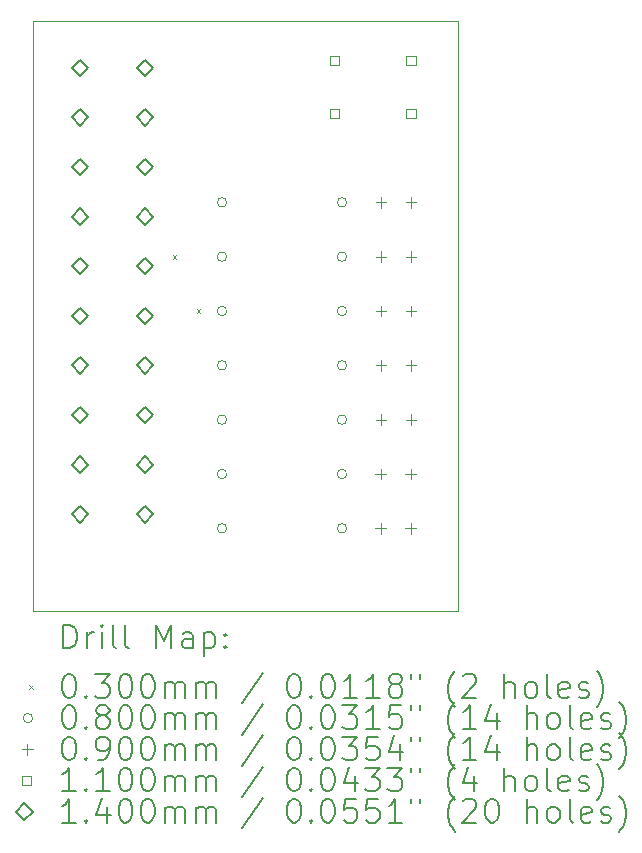
<source format=gbr>
%TF.GenerationSoftware,KiCad,Pcbnew,8.0.5*%
%TF.CreationDate,2024-11-12T19:43:36-03:00*%
%TF.ProjectId,Teste R_pido Fonte Chaveada,54657374-6520-452e-9170-69646f20466f,rev?*%
%TF.SameCoordinates,Original*%
%TF.FileFunction,Drillmap*%
%TF.FilePolarity,Positive*%
%FSLAX45Y45*%
G04 Gerber Fmt 4.5, Leading zero omitted, Abs format (unit mm)*
G04 Created by KiCad (PCBNEW 8.0.5) date 2024-11-12 19:43:36*
%MOMM*%
%LPD*%
G01*
G04 APERTURE LIST*
%ADD10C,0.050000*%
%ADD11C,0.200000*%
%ADD12C,0.100000*%
%ADD13C,0.110000*%
%ADD14C,0.140000*%
G04 APERTURE END LIST*
D10*
X9900000Y-5000000D02*
X13500000Y-5000000D01*
X13500000Y-10000000D01*
X9900000Y-10000000D01*
X9900000Y-5000000D01*
D11*
D12*
X11085000Y-6985000D02*
X11115000Y-7015000D01*
X11115000Y-6985000D02*
X11085000Y-7015000D01*
X11285000Y-7445000D02*
X11315000Y-7475000D01*
X11315000Y-7445000D02*
X11285000Y-7475000D01*
X11540000Y-6540000D02*
G75*
G02*
X11460000Y-6540000I-40000J0D01*
G01*
X11460000Y-6540000D02*
G75*
G02*
X11540000Y-6540000I40000J0D01*
G01*
X11540000Y-7000000D02*
G75*
G02*
X11460000Y-7000000I-40000J0D01*
G01*
X11460000Y-7000000D02*
G75*
G02*
X11540000Y-7000000I40000J0D01*
G01*
X11540000Y-7460000D02*
G75*
G02*
X11460000Y-7460000I-40000J0D01*
G01*
X11460000Y-7460000D02*
G75*
G02*
X11540000Y-7460000I40000J0D01*
G01*
X11540000Y-7920000D02*
G75*
G02*
X11460000Y-7920000I-40000J0D01*
G01*
X11460000Y-7920000D02*
G75*
G02*
X11540000Y-7920000I40000J0D01*
G01*
X11540000Y-8380000D02*
G75*
G02*
X11460000Y-8380000I-40000J0D01*
G01*
X11460000Y-8380000D02*
G75*
G02*
X11540000Y-8380000I40000J0D01*
G01*
X11540000Y-8840000D02*
G75*
G02*
X11460000Y-8840000I-40000J0D01*
G01*
X11460000Y-8840000D02*
G75*
G02*
X11540000Y-8840000I40000J0D01*
G01*
X11540000Y-9300000D02*
G75*
G02*
X11460000Y-9300000I-40000J0D01*
G01*
X11460000Y-9300000D02*
G75*
G02*
X11540000Y-9300000I40000J0D01*
G01*
X12556000Y-6540000D02*
G75*
G02*
X12476000Y-6540000I-40000J0D01*
G01*
X12476000Y-6540000D02*
G75*
G02*
X12556000Y-6540000I40000J0D01*
G01*
X12556000Y-7000000D02*
G75*
G02*
X12476000Y-7000000I-40000J0D01*
G01*
X12476000Y-7000000D02*
G75*
G02*
X12556000Y-7000000I40000J0D01*
G01*
X12556000Y-7460000D02*
G75*
G02*
X12476000Y-7460000I-40000J0D01*
G01*
X12476000Y-7460000D02*
G75*
G02*
X12556000Y-7460000I40000J0D01*
G01*
X12556000Y-7920000D02*
G75*
G02*
X12476000Y-7920000I-40000J0D01*
G01*
X12476000Y-7920000D02*
G75*
G02*
X12556000Y-7920000I40000J0D01*
G01*
X12556000Y-8380000D02*
G75*
G02*
X12476000Y-8380000I-40000J0D01*
G01*
X12476000Y-8380000D02*
G75*
G02*
X12556000Y-8380000I40000J0D01*
G01*
X12556000Y-8840000D02*
G75*
G02*
X12476000Y-8840000I-40000J0D01*
G01*
X12476000Y-8840000D02*
G75*
G02*
X12556000Y-8840000I40000J0D01*
G01*
X12556000Y-9300000D02*
G75*
G02*
X12476000Y-9300000I-40000J0D01*
G01*
X12476000Y-9300000D02*
G75*
G02*
X12556000Y-9300000I40000J0D01*
G01*
X12845000Y-8795000D02*
X12845000Y-8885000D01*
X12800000Y-8840000D02*
X12890000Y-8840000D01*
X12845000Y-9255000D02*
X12845000Y-9345000D01*
X12800000Y-9300000D02*
X12890000Y-9300000D01*
X12846000Y-6495000D02*
X12846000Y-6585000D01*
X12801000Y-6540000D02*
X12891000Y-6540000D01*
X12846000Y-6955000D02*
X12846000Y-7045000D01*
X12801000Y-7000000D02*
X12891000Y-7000000D01*
X12846000Y-7415000D02*
X12846000Y-7505000D01*
X12801000Y-7460000D02*
X12891000Y-7460000D01*
X12846000Y-7875000D02*
X12846000Y-7965000D01*
X12801000Y-7920000D02*
X12891000Y-7920000D01*
X12846000Y-8335000D02*
X12846000Y-8425000D01*
X12801000Y-8380000D02*
X12891000Y-8380000D01*
X13099000Y-8795000D02*
X13099000Y-8885000D01*
X13054000Y-8840000D02*
X13144000Y-8840000D01*
X13099000Y-9255000D02*
X13099000Y-9345000D01*
X13054000Y-9300000D02*
X13144000Y-9300000D01*
X13100000Y-6495000D02*
X13100000Y-6585000D01*
X13055000Y-6540000D02*
X13145000Y-6540000D01*
X13100000Y-6955000D02*
X13100000Y-7045000D01*
X13055000Y-7000000D02*
X13145000Y-7000000D01*
X13100000Y-7415000D02*
X13100000Y-7505000D01*
X13055000Y-7460000D02*
X13145000Y-7460000D01*
X13100000Y-7875000D02*
X13100000Y-7965000D01*
X13055000Y-7920000D02*
X13145000Y-7920000D01*
X13100000Y-8335000D02*
X13100000Y-8425000D01*
X13055000Y-8380000D02*
X13145000Y-8380000D01*
D13*
X12488891Y-5373891D02*
X12488891Y-5296109D01*
X12411109Y-5296109D01*
X12411109Y-5373891D01*
X12488891Y-5373891D01*
X12488891Y-5823891D02*
X12488891Y-5746109D01*
X12411109Y-5746109D01*
X12411109Y-5823891D01*
X12488891Y-5823891D01*
X13138891Y-5373891D02*
X13138891Y-5296109D01*
X13061109Y-5296109D01*
X13061109Y-5373891D01*
X13138891Y-5373891D01*
X13138891Y-5823891D02*
X13138891Y-5746109D01*
X13061109Y-5746109D01*
X13061109Y-5823891D01*
X13138891Y-5823891D01*
D14*
X10300000Y-5470000D02*
X10370000Y-5400000D01*
X10300000Y-5330000D01*
X10230000Y-5400000D01*
X10300000Y-5470000D01*
X10300000Y-5890000D02*
X10370000Y-5820000D01*
X10300000Y-5750000D01*
X10230000Y-5820000D01*
X10300000Y-5890000D01*
X10300000Y-6310000D02*
X10370000Y-6240000D01*
X10300000Y-6170000D01*
X10230000Y-6240000D01*
X10300000Y-6310000D01*
X10300000Y-6730000D02*
X10370000Y-6660000D01*
X10300000Y-6590000D01*
X10230000Y-6660000D01*
X10300000Y-6730000D01*
X10300000Y-7150000D02*
X10370000Y-7080000D01*
X10300000Y-7010000D01*
X10230000Y-7080000D01*
X10300000Y-7150000D01*
X10300000Y-7570000D02*
X10370000Y-7500000D01*
X10300000Y-7430000D01*
X10230000Y-7500000D01*
X10300000Y-7570000D01*
X10300000Y-7990000D02*
X10370000Y-7920000D01*
X10300000Y-7850000D01*
X10230000Y-7920000D01*
X10300000Y-7990000D01*
X10300000Y-8410000D02*
X10370000Y-8340000D01*
X10300000Y-8270000D01*
X10230000Y-8340000D01*
X10300000Y-8410000D01*
X10300000Y-8830000D02*
X10370000Y-8760000D01*
X10300000Y-8690000D01*
X10230000Y-8760000D01*
X10300000Y-8830000D01*
X10300000Y-9250000D02*
X10370000Y-9180000D01*
X10300000Y-9110000D01*
X10230000Y-9180000D01*
X10300000Y-9250000D01*
X10850000Y-5470000D02*
X10920000Y-5400000D01*
X10850000Y-5330000D01*
X10780000Y-5400000D01*
X10850000Y-5470000D01*
X10850000Y-5890000D02*
X10920000Y-5820000D01*
X10850000Y-5750000D01*
X10780000Y-5820000D01*
X10850000Y-5890000D01*
X10850000Y-6310000D02*
X10920000Y-6240000D01*
X10850000Y-6170000D01*
X10780000Y-6240000D01*
X10850000Y-6310000D01*
X10850000Y-6730000D02*
X10920000Y-6660000D01*
X10850000Y-6590000D01*
X10780000Y-6660000D01*
X10850000Y-6730000D01*
X10850000Y-7150000D02*
X10920000Y-7080000D01*
X10850000Y-7010000D01*
X10780000Y-7080000D01*
X10850000Y-7150000D01*
X10850000Y-7570000D02*
X10920000Y-7500000D01*
X10850000Y-7430000D01*
X10780000Y-7500000D01*
X10850000Y-7570000D01*
X10850000Y-7990000D02*
X10920000Y-7920000D01*
X10850000Y-7850000D01*
X10780000Y-7920000D01*
X10850000Y-7990000D01*
X10850000Y-8410000D02*
X10920000Y-8340000D01*
X10850000Y-8270000D01*
X10780000Y-8340000D01*
X10850000Y-8410000D01*
X10850000Y-8830000D02*
X10920000Y-8760000D01*
X10850000Y-8690000D01*
X10780000Y-8760000D01*
X10850000Y-8830000D01*
X10850000Y-9250000D02*
X10920000Y-9180000D01*
X10850000Y-9110000D01*
X10780000Y-9180000D01*
X10850000Y-9250000D01*
D11*
X10158277Y-10313984D02*
X10158277Y-10113984D01*
X10158277Y-10113984D02*
X10205896Y-10113984D01*
X10205896Y-10113984D02*
X10234467Y-10123508D01*
X10234467Y-10123508D02*
X10253515Y-10142555D01*
X10253515Y-10142555D02*
X10263039Y-10161603D01*
X10263039Y-10161603D02*
X10272563Y-10199698D01*
X10272563Y-10199698D02*
X10272563Y-10228270D01*
X10272563Y-10228270D02*
X10263039Y-10266365D01*
X10263039Y-10266365D02*
X10253515Y-10285412D01*
X10253515Y-10285412D02*
X10234467Y-10304460D01*
X10234467Y-10304460D02*
X10205896Y-10313984D01*
X10205896Y-10313984D02*
X10158277Y-10313984D01*
X10358277Y-10313984D02*
X10358277Y-10180650D01*
X10358277Y-10218746D02*
X10367801Y-10199698D01*
X10367801Y-10199698D02*
X10377324Y-10190174D01*
X10377324Y-10190174D02*
X10396372Y-10180650D01*
X10396372Y-10180650D02*
X10415420Y-10180650D01*
X10482086Y-10313984D02*
X10482086Y-10180650D01*
X10482086Y-10113984D02*
X10472563Y-10123508D01*
X10472563Y-10123508D02*
X10482086Y-10133031D01*
X10482086Y-10133031D02*
X10491610Y-10123508D01*
X10491610Y-10123508D02*
X10482086Y-10113984D01*
X10482086Y-10113984D02*
X10482086Y-10133031D01*
X10605896Y-10313984D02*
X10586848Y-10304460D01*
X10586848Y-10304460D02*
X10577324Y-10285412D01*
X10577324Y-10285412D02*
X10577324Y-10113984D01*
X10710658Y-10313984D02*
X10691610Y-10304460D01*
X10691610Y-10304460D02*
X10682086Y-10285412D01*
X10682086Y-10285412D02*
X10682086Y-10113984D01*
X10939229Y-10313984D02*
X10939229Y-10113984D01*
X10939229Y-10113984D02*
X11005896Y-10256841D01*
X11005896Y-10256841D02*
X11072563Y-10113984D01*
X11072563Y-10113984D02*
X11072563Y-10313984D01*
X11253515Y-10313984D02*
X11253515Y-10209222D01*
X11253515Y-10209222D02*
X11243991Y-10190174D01*
X11243991Y-10190174D02*
X11224943Y-10180650D01*
X11224943Y-10180650D02*
X11186848Y-10180650D01*
X11186848Y-10180650D02*
X11167801Y-10190174D01*
X11253515Y-10304460D02*
X11234467Y-10313984D01*
X11234467Y-10313984D02*
X11186848Y-10313984D01*
X11186848Y-10313984D02*
X11167801Y-10304460D01*
X11167801Y-10304460D02*
X11158277Y-10285412D01*
X11158277Y-10285412D02*
X11158277Y-10266365D01*
X11158277Y-10266365D02*
X11167801Y-10247317D01*
X11167801Y-10247317D02*
X11186848Y-10237793D01*
X11186848Y-10237793D02*
X11234467Y-10237793D01*
X11234467Y-10237793D02*
X11253515Y-10228270D01*
X11348753Y-10180650D02*
X11348753Y-10380650D01*
X11348753Y-10190174D02*
X11367801Y-10180650D01*
X11367801Y-10180650D02*
X11405896Y-10180650D01*
X11405896Y-10180650D02*
X11424943Y-10190174D01*
X11424943Y-10190174D02*
X11434467Y-10199698D01*
X11434467Y-10199698D02*
X11443991Y-10218746D01*
X11443991Y-10218746D02*
X11443991Y-10275889D01*
X11443991Y-10275889D02*
X11434467Y-10294936D01*
X11434467Y-10294936D02*
X11424943Y-10304460D01*
X11424943Y-10304460D02*
X11405896Y-10313984D01*
X11405896Y-10313984D02*
X11367801Y-10313984D01*
X11367801Y-10313984D02*
X11348753Y-10304460D01*
X11529705Y-10294936D02*
X11539229Y-10304460D01*
X11539229Y-10304460D02*
X11529705Y-10313984D01*
X11529705Y-10313984D02*
X11520182Y-10304460D01*
X11520182Y-10304460D02*
X11529705Y-10294936D01*
X11529705Y-10294936D02*
X11529705Y-10313984D01*
X11529705Y-10190174D02*
X11539229Y-10199698D01*
X11539229Y-10199698D02*
X11529705Y-10209222D01*
X11529705Y-10209222D02*
X11520182Y-10199698D01*
X11520182Y-10199698D02*
X11529705Y-10190174D01*
X11529705Y-10190174D02*
X11529705Y-10209222D01*
D12*
X9867500Y-10627500D02*
X9897500Y-10657500D01*
X9897500Y-10627500D02*
X9867500Y-10657500D01*
D11*
X10196372Y-10533984D02*
X10215420Y-10533984D01*
X10215420Y-10533984D02*
X10234467Y-10543508D01*
X10234467Y-10543508D02*
X10243991Y-10553031D01*
X10243991Y-10553031D02*
X10253515Y-10572079D01*
X10253515Y-10572079D02*
X10263039Y-10610174D01*
X10263039Y-10610174D02*
X10263039Y-10657793D01*
X10263039Y-10657793D02*
X10253515Y-10695889D01*
X10253515Y-10695889D02*
X10243991Y-10714936D01*
X10243991Y-10714936D02*
X10234467Y-10724460D01*
X10234467Y-10724460D02*
X10215420Y-10733984D01*
X10215420Y-10733984D02*
X10196372Y-10733984D01*
X10196372Y-10733984D02*
X10177324Y-10724460D01*
X10177324Y-10724460D02*
X10167801Y-10714936D01*
X10167801Y-10714936D02*
X10158277Y-10695889D01*
X10158277Y-10695889D02*
X10148753Y-10657793D01*
X10148753Y-10657793D02*
X10148753Y-10610174D01*
X10148753Y-10610174D02*
X10158277Y-10572079D01*
X10158277Y-10572079D02*
X10167801Y-10553031D01*
X10167801Y-10553031D02*
X10177324Y-10543508D01*
X10177324Y-10543508D02*
X10196372Y-10533984D01*
X10348753Y-10714936D02*
X10358277Y-10724460D01*
X10358277Y-10724460D02*
X10348753Y-10733984D01*
X10348753Y-10733984D02*
X10339229Y-10724460D01*
X10339229Y-10724460D02*
X10348753Y-10714936D01*
X10348753Y-10714936D02*
X10348753Y-10733984D01*
X10424944Y-10533984D02*
X10548753Y-10533984D01*
X10548753Y-10533984D02*
X10482086Y-10610174D01*
X10482086Y-10610174D02*
X10510658Y-10610174D01*
X10510658Y-10610174D02*
X10529705Y-10619698D01*
X10529705Y-10619698D02*
X10539229Y-10629222D01*
X10539229Y-10629222D02*
X10548753Y-10648270D01*
X10548753Y-10648270D02*
X10548753Y-10695889D01*
X10548753Y-10695889D02*
X10539229Y-10714936D01*
X10539229Y-10714936D02*
X10529705Y-10724460D01*
X10529705Y-10724460D02*
X10510658Y-10733984D01*
X10510658Y-10733984D02*
X10453515Y-10733984D01*
X10453515Y-10733984D02*
X10434467Y-10724460D01*
X10434467Y-10724460D02*
X10424944Y-10714936D01*
X10672563Y-10533984D02*
X10691610Y-10533984D01*
X10691610Y-10533984D02*
X10710658Y-10543508D01*
X10710658Y-10543508D02*
X10720182Y-10553031D01*
X10720182Y-10553031D02*
X10729705Y-10572079D01*
X10729705Y-10572079D02*
X10739229Y-10610174D01*
X10739229Y-10610174D02*
X10739229Y-10657793D01*
X10739229Y-10657793D02*
X10729705Y-10695889D01*
X10729705Y-10695889D02*
X10720182Y-10714936D01*
X10720182Y-10714936D02*
X10710658Y-10724460D01*
X10710658Y-10724460D02*
X10691610Y-10733984D01*
X10691610Y-10733984D02*
X10672563Y-10733984D01*
X10672563Y-10733984D02*
X10653515Y-10724460D01*
X10653515Y-10724460D02*
X10643991Y-10714936D01*
X10643991Y-10714936D02*
X10634467Y-10695889D01*
X10634467Y-10695889D02*
X10624944Y-10657793D01*
X10624944Y-10657793D02*
X10624944Y-10610174D01*
X10624944Y-10610174D02*
X10634467Y-10572079D01*
X10634467Y-10572079D02*
X10643991Y-10553031D01*
X10643991Y-10553031D02*
X10653515Y-10543508D01*
X10653515Y-10543508D02*
X10672563Y-10533984D01*
X10863039Y-10533984D02*
X10882086Y-10533984D01*
X10882086Y-10533984D02*
X10901134Y-10543508D01*
X10901134Y-10543508D02*
X10910658Y-10553031D01*
X10910658Y-10553031D02*
X10920182Y-10572079D01*
X10920182Y-10572079D02*
X10929705Y-10610174D01*
X10929705Y-10610174D02*
X10929705Y-10657793D01*
X10929705Y-10657793D02*
X10920182Y-10695889D01*
X10920182Y-10695889D02*
X10910658Y-10714936D01*
X10910658Y-10714936D02*
X10901134Y-10724460D01*
X10901134Y-10724460D02*
X10882086Y-10733984D01*
X10882086Y-10733984D02*
X10863039Y-10733984D01*
X10863039Y-10733984D02*
X10843991Y-10724460D01*
X10843991Y-10724460D02*
X10834467Y-10714936D01*
X10834467Y-10714936D02*
X10824944Y-10695889D01*
X10824944Y-10695889D02*
X10815420Y-10657793D01*
X10815420Y-10657793D02*
X10815420Y-10610174D01*
X10815420Y-10610174D02*
X10824944Y-10572079D01*
X10824944Y-10572079D02*
X10834467Y-10553031D01*
X10834467Y-10553031D02*
X10843991Y-10543508D01*
X10843991Y-10543508D02*
X10863039Y-10533984D01*
X11015420Y-10733984D02*
X11015420Y-10600650D01*
X11015420Y-10619698D02*
X11024944Y-10610174D01*
X11024944Y-10610174D02*
X11043991Y-10600650D01*
X11043991Y-10600650D02*
X11072563Y-10600650D01*
X11072563Y-10600650D02*
X11091610Y-10610174D01*
X11091610Y-10610174D02*
X11101134Y-10629222D01*
X11101134Y-10629222D02*
X11101134Y-10733984D01*
X11101134Y-10629222D02*
X11110658Y-10610174D01*
X11110658Y-10610174D02*
X11129705Y-10600650D01*
X11129705Y-10600650D02*
X11158277Y-10600650D01*
X11158277Y-10600650D02*
X11177325Y-10610174D01*
X11177325Y-10610174D02*
X11186848Y-10629222D01*
X11186848Y-10629222D02*
X11186848Y-10733984D01*
X11282086Y-10733984D02*
X11282086Y-10600650D01*
X11282086Y-10619698D02*
X11291610Y-10610174D01*
X11291610Y-10610174D02*
X11310658Y-10600650D01*
X11310658Y-10600650D02*
X11339229Y-10600650D01*
X11339229Y-10600650D02*
X11358277Y-10610174D01*
X11358277Y-10610174D02*
X11367801Y-10629222D01*
X11367801Y-10629222D02*
X11367801Y-10733984D01*
X11367801Y-10629222D02*
X11377324Y-10610174D01*
X11377324Y-10610174D02*
X11396372Y-10600650D01*
X11396372Y-10600650D02*
X11424943Y-10600650D01*
X11424943Y-10600650D02*
X11443991Y-10610174D01*
X11443991Y-10610174D02*
X11453515Y-10629222D01*
X11453515Y-10629222D02*
X11453515Y-10733984D01*
X11843991Y-10524460D02*
X11672563Y-10781603D01*
X12101134Y-10533984D02*
X12120182Y-10533984D01*
X12120182Y-10533984D02*
X12139229Y-10543508D01*
X12139229Y-10543508D02*
X12148753Y-10553031D01*
X12148753Y-10553031D02*
X12158277Y-10572079D01*
X12158277Y-10572079D02*
X12167801Y-10610174D01*
X12167801Y-10610174D02*
X12167801Y-10657793D01*
X12167801Y-10657793D02*
X12158277Y-10695889D01*
X12158277Y-10695889D02*
X12148753Y-10714936D01*
X12148753Y-10714936D02*
X12139229Y-10724460D01*
X12139229Y-10724460D02*
X12120182Y-10733984D01*
X12120182Y-10733984D02*
X12101134Y-10733984D01*
X12101134Y-10733984D02*
X12082086Y-10724460D01*
X12082086Y-10724460D02*
X12072563Y-10714936D01*
X12072563Y-10714936D02*
X12063039Y-10695889D01*
X12063039Y-10695889D02*
X12053515Y-10657793D01*
X12053515Y-10657793D02*
X12053515Y-10610174D01*
X12053515Y-10610174D02*
X12063039Y-10572079D01*
X12063039Y-10572079D02*
X12072563Y-10553031D01*
X12072563Y-10553031D02*
X12082086Y-10543508D01*
X12082086Y-10543508D02*
X12101134Y-10533984D01*
X12253515Y-10714936D02*
X12263039Y-10724460D01*
X12263039Y-10724460D02*
X12253515Y-10733984D01*
X12253515Y-10733984D02*
X12243991Y-10724460D01*
X12243991Y-10724460D02*
X12253515Y-10714936D01*
X12253515Y-10714936D02*
X12253515Y-10733984D01*
X12386848Y-10533984D02*
X12405896Y-10533984D01*
X12405896Y-10533984D02*
X12424944Y-10543508D01*
X12424944Y-10543508D02*
X12434467Y-10553031D01*
X12434467Y-10553031D02*
X12443991Y-10572079D01*
X12443991Y-10572079D02*
X12453515Y-10610174D01*
X12453515Y-10610174D02*
X12453515Y-10657793D01*
X12453515Y-10657793D02*
X12443991Y-10695889D01*
X12443991Y-10695889D02*
X12434467Y-10714936D01*
X12434467Y-10714936D02*
X12424944Y-10724460D01*
X12424944Y-10724460D02*
X12405896Y-10733984D01*
X12405896Y-10733984D02*
X12386848Y-10733984D01*
X12386848Y-10733984D02*
X12367801Y-10724460D01*
X12367801Y-10724460D02*
X12358277Y-10714936D01*
X12358277Y-10714936D02*
X12348753Y-10695889D01*
X12348753Y-10695889D02*
X12339229Y-10657793D01*
X12339229Y-10657793D02*
X12339229Y-10610174D01*
X12339229Y-10610174D02*
X12348753Y-10572079D01*
X12348753Y-10572079D02*
X12358277Y-10553031D01*
X12358277Y-10553031D02*
X12367801Y-10543508D01*
X12367801Y-10543508D02*
X12386848Y-10533984D01*
X12643991Y-10733984D02*
X12529706Y-10733984D01*
X12586848Y-10733984D02*
X12586848Y-10533984D01*
X12586848Y-10533984D02*
X12567801Y-10562555D01*
X12567801Y-10562555D02*
X12548753Y-10581603D01*
X12548753Y-10581603D02*
X12529706Y-10591127D01*
X12834467Y-10733984D02*
X12720182Y-10733984D01*
X12777325Y-10733984D02*
X12777325Y-10533984D01*
X12777325Y-10533984D02*
X12758277Y-10562555D01*
X12758277Y-10562555D02*
X12739229Y-10581603D01*
X12739229Y-10581603D02*
X12720182Y-10591127D01*
X12948753Y-10619698D02*
X12929706Y-10610174D01*
X12929706Y-10610174D02*
X12920182Y-10600650D01*
X12920182Y-10600650D02*
X12910658Y-10581603D01*
X12910658Y-10581603D02*
X12910658Y-10572079D01*
X12910658Y-10572079D02*
X12920182Y-10553031D01*
X12920182Y-10553031D02*
X12929706Y-10543508D01*
X12929706Y-10543508D02*
X12948753Y-10533984D01*
X12948753Y-10533984D02*
X12986848Y-10533984D01*
X12986848Y-10533984D02*
X13005896Y-10543508D01*
X13005896Y-10543508D02*
X13015420Y-10553031D01*
X13015420Y-10553031D02*
X13024944Y-10572079D01*
X13024944Y-10572079D02*
X13024944Y-10581603D01*
X13024944Y-10581603D02*
X13015420Y-10600650D01*
X13015420Y-10600650D02*
X13005896Y-10610174D01*
X13005896Y-10610174D02*
X12986848Y-10619698D01*
X12986848Y-10619698D02*
X12948753Y-10619698D01*
X12948753Y-10619698D02*
X12929706Y-10629222D01*
X12929706Y-10629222D02*
X12920182Y-10638746D01*
X12920182Y-10638746D02*
X12910658Y-10657793D01*
X12910658Y-10657793D02*
X12910658Y-10695889D01*
X12910658Y-10695889D02*
X12920182Y-10714936D01*
X12920182Y-10714936D02*
X12929706Y-10724460D01*
X12929706Y-10724460D02*
X12948753Y-10733984D01*
X12948753Y-10733984D02*
X12986848Y-10733984D01*
X12986848Y-10733984D02*
X13005896Y-10724460D01*
X13005896Y-10724460D02*
X13015420Y-10714936D01*
X13015420Y-10714936D02*
X13024944Y-10695889D01*
X13024944Y-10695889D02*
X13024944Y-10657793D01*
X13024944Y-10657793D02*
X13015420Y-10638746D01*
X13015420Y-10638746D02*
X13005896Y-10629222D01*
X13005896Y-10629222D02*
X12986848Y-10619698D01*
X13101134Y-10533984D02*
X13101134Y-10572079D01*
X13177325Y-10533984D02*
X13177325Y-10572079D01*
X13472563Y-10810174D02*
X13463039Y-10800650D01*
X13463039Y-10800650D02*
X13443991Y-10772079D01*
X13443991Y-10772079D02*
X13434468Y-10753031D01*
X13434468Y-10753031D02*
X13424944Y-10724460D01*
X13424944Y-10724460D02*
X13415420Y-10676841D01*
X13415420Y-10676841D02*
X13415420Y-10638746D01*
X13415420Y-10638746D02*
X13424944Y-10591127D01*
X13424944Y-10591127D02*
X13434468Y-10562555D01*
X13434468Y-10562555D02*
X13443991Y-10543508D01*
X13443991Y-10543508D02*
X13463039Y-10514936D01*
X13463039Y-10514936D02*
X13472563Y-10505412D01*
X13539229Y-10553031D02*
X13548753Y-10543508D01*
X13548753Y-10543508D02*
X13567801Y-10533984D01*
X13567801Y-10533984D02*
X13615420Y-10533984D01*
X13615420Y-10533984D02*
X13634468Y-10543508D01*
X13634468Y-10543508D02*
X13643991Y-10553031D01*
X13643991Y-10553031D02*
X13653515Y-10572079D01*
X13653515Y-10572079D02*
X13653515Y-10591127D01*
X13653515Y-10591127D02*
X13643991Y-10619698D01*
X13643991Y-10619698D02*
X13529706Y-10733984D01*
X13529706Y-10733984D02*
X13653515Y-10733984D01*
X13891610Y-10733984D02*
X13891610Y-10533984D01*
X13977325Y-10733984D02*
X13977325Y-10629222D01*
X13977325Y-10629222D02*
X13967801Y-10610174D01*
X13967801Y-10610174D02*
X13948753Y-10600650D01*
X13948753Y-10600650D02*
X13920182Y-10600650D01*
X13920182Y-10600650D02*
X13901134Y-10610174D01*
X13901134Y-10610174D02*
X13891610Y-10619698D01*
X14101134Y-10733984D02*
X14082087Y-10724460D01*
X14082087Y-10724460D02*
X14072563Y-10714936D01*
X14072563Y-10714936D02*
X14063039Y-10695889D01*
X14063039Y-10695889D02*
X14063039Y-10638746D01*
X14063039Y-10638746D02*
X14072563Y-10619698D01*
X14072563Y-10619698D02*
X14082087Y-10610174D01*
X14082087Y-10610174D02*
X14101134Y-10600650D01*
X14101134Y-10600650D02*
X14129706Y-10600650D01*
X14129706Y-10600650D02*
X14148753Y-10610174D01*
X14148753Y-10610174D02*
X14158277Y-10619698D01*
X14158277Y-10619698D02*
X14167801Y-10638746D01*
X14167801Y-10638746D02*
X14167801Y-10695889D01*
X14167801Y-10695889D02*
X14158277Y-10714936D01*
X14158277Y-10714936D02*
X14148753Y-10724460D01*
X14148753Y-10724460D02*
X14129706Y-10733984D01*
X14129706Y-10733984D02*
X14101134Y-10733984D01*
X14282087Y-10733984D02*
X14263039Y-10724460D01*
X14263039Y-10724460D02*
X14253515Y-10705412D01*
X14253515Y-10705412D02*
X14253515Y-10533984D01*
X14434468Y-10724460D02*
X14415420Y-10733984D01*
X14415420Y-10733984D02*
X14377325Y-10733984D01*
X14377325Y-10733984D02*
X14358277Y-10724460D01*
X14358277Y-10724460D02*
X14348753Y-10705412D01*
X14348753Y-10705412D02*
X14348753Y-10629222D01*
X14348753Y-10629222D02*
X14358277Y-10610174D01*
X14358277Y-10610174D02*
X14377325Y-10600650D01*
X14377325Y-10600650D02*
X14415420Y-10600650D01*
X14415420Y-10600650D02*
X14434468Y-10610174D01*
X14434468Y-10610174D02*
X14443991Y-10629222D01*
X14443991Y-10629222D02*
X14443991Y-10648270D01*
X14443991Y-10648270D02*
X14348753Y-10667317D01*
X14520182Y-10724460D02*
X14539230Y-10733984D01*
X14539230Y-10733984D02*
X14577325Y-10733984D01*
X14577325Y-10733984D02*
X14596372Y-10724460D01*
X14596372Y-10724460D02*
X14605896Y-10705412D01*
X14605896Y-10705412D02*
X14605896Y-10695889D01*
X14605896Y-10695889D02*
X14596372Y-10676841D01*
X14596372Y-10676841D02*
X14577325Y-10667317D01*
X14577325Y-10667317D02*
X14548753Y-10667317D01*
X14548753Y-10667317D02*
X14529706Y-10657793D01*
X14529706Y-10657793D02*
X14520182Y-10638746D01*
X14520182Y-10638746D02*
X14520182Y-10629222D01*
X14520182Y-10629222D02*
X14529706Y-10610174D01*
X14529706Y-10610174D02*
X14548753Y-10600650D01*
X14548753Y-10600650D02*
X14577325Y-10600650D01*
X14577325Y-10600650D02*
X14596372Y-10610174D01*
X14672563Y-10810174D02*
X14682087Y-10800650D01*
X14682087Y-10800650D02*
X14701134Y-10772079D01*
X14701134Y-10772079D02*
X14710658Y-10753031D01*
X14710658Y-10753031D02*
X14720182Y-10724460D01*
X14720182Y-10724460D02*
X14729706Y-10676841D01*
X14729706Y-10676841D02*
X14729706Y-10638746D01*
X14729706Y-10638746D02*
X14720182Y-10591127D01*
X14720182Y-10591127D02*
X14710658Y-10562555D01*
X14710658Y-10562555D02*
X14701134Y-10543508D01*
X14701134Y-10543508D02*
X14682087Y-10514936D01*
X14682087Y-10514936D02*
X14672563Y-10505412D01*
D12*
X9897500Y-10906500D02*
G75*
G02*
X9817500Y-10906500I-40000J0D01*
G01*
X9817500Y-10906500D02*
G75*
G02*
X9897500Y-10906500I40000J0D01*
G01*
D11*
X10196372Y-10797984D02*
X10215420Y-10797984D01*
X10215420Y-10797984D02*
X10234467Y-10807508D01*
X10234467Y-10807508D02*
X10243991Y-10817031D01*
X10243991Y-10817031D02*
X10253515Y-10836079D01*
X10253515Y-10836079D02*
X10263039Y-10874174D01*
X10263039Y-10874174D02*
X10263039Y-10921793D01*
X10263039Y-10921793D02*
X10253515Y-10959889D01*
X10253515Y-10959889D02*
X10243991Y-10978936D01*
X10243991Y-10978936D02*
X10234467Y-10988460D01*
X10234467Y-10988460D02*
X10215420Y-10997984D01*
X10215420Y-10997984D02*
X10196372Y-10997984D01*
X10196372Y-10997984D02*
X10177324Y-10988460D01*
X10177324Y-10988460D02*
X10167801Y-10978936D01*
X10167801Y-10978936D02*
X10158277Y-10959889D01*
X10158277Y-10959889D02*
X10148753Y-10921793D01*
X10148753Y-10921793D02*
X10148753Y-10874174D01*
X10148753Y-10874174D02*
X10158277Y-10836079D01*
X10158277Y-10836079D02*
X10167801Y-10817031D01*
X10167801Y-10817031D02*
X10177324Y-10807508D01*
X10177324Y-10807508D02*
X10196372Y-10797984D01*
X10348753Y-10978936D02*
X10358277Y-10988460D01*
X10358277Y-10988460D02*
X10348753Y-10997984D01*
X10348753Y-10997984D02*
X10339229Y-10988460D01*
X10339229Y-10988460D02*
X10348753Y-10978936D01*
X10348753Y-10978936D02*
X10348753Y-10997984D01*
X10472563Y-10883698D02*
X10453515Y-10874174D01*
X10453515Y-10874174D02*
X10443991Y-10864650D01*
X10443991Y-10864650D02*
X10434467Y-10845603D01*
X10434467Y-10845603D02*
X10434467Y-10836079D01*
X10434467Y-10836079D02*
X10443991Y-10817031D01*
X10443991Y-10817031D02*
X10453515Y-10807508D01*
X10453515Y-10807508D02*
X10472563Y-10797984D01*
X10472563Y-10797984D02*
X10510658Y-10797984D01*
X10510658Y-10797984D02*
X10529705Y-10807508D01*
X10529705Y-10807508D02*
X10539229Y-10817031D01*
X10539229Y-10817031D02*
X10548753Y-10836079D01*
X10548753Y-10836079D02*
X10548753Y-10845603D01*
X10548753Y-10845603D02*
X10539229Y-10864650D01*
X10539229Y-10864650D02*
X10529705Y-10874174D01*
X10529705Y-10874174D02*
X10510658Y-10883698D01*
X10510658Y-10883698D02*
X10472563Y-10883698D01*
X10472563Y-10883698D02*
X10453515Y-10893222D01*
X10453515Y-10893222D02*
X10443991Y-10902746D01*
X10443991Y-10902746D02*
X10434467Y-10921793D01*
X10434467Y-10921793D02*
X10434467Y-10959889D01*
X10434467Y-10959889D02*
X10443991Y-10978936D01*
X10443991Y-10978936D02*
X10453515Y-10988460D01*
X10453515Y-10988460D02*
X10472563Y-10997984D01*
X10472563Y-10997984D02*
X10510658Y-10997984D01*
X10510658Y-10997984D02*
X10529705Y-10988460D01*
X10529705Y-10988460D02*
X10539229Y-10978936D01*
X10539229Y-10978936D02*
X10548753Y-10959889D01*
X10548753Y-10959889D02*
X10548753Y-10921793D01*
X10548753Y-10921793D02*
X10539229Y-10902746D01*
X10539229Y-10902746D02*
X10529705Y-10893222D01*
X10529705Y-10893222D02*
X10510658Y-10883698D01*
X10672563Y-10797984D02*
X10691610Y-10797984D01*
X10691610Y-10797984D02*
X10710658Y-10807508D01*
X10710658Y-10807508D02*
X10720182Y-10817031D01*
X10720182Y-10817031D02*
X10729705Y-10836079D01*
X10729705Y-10836079D02*
X10739229Y-10874174D01*
X10739229Y-10874174D02*
X10739229Y-10921793D01*
X10739229Y-10921793D02*
X10729705Y-10959889D01*
X10729705Y-10959889D02*
X10720182Y-10978936D01*
X10720182Y-10978936D02*
X10710658Y-10988460D01*
X10710658Y-10988460D02*
X10691610Y-10997984D01*
X10691610Y-10997984D02*
X10672563Y-10997984D01*
X10672563Y-10997984D02*
X10653515Y-10988460D01*
X10653515Y-10988460D02*
X10643991Y-10978936D01*
X10643991Y-10978936D02*
X10634467Y-10959889D01*
X10634467Y-10959889D02*
X10624944Y-10921793D01*
X10624944Y-10921793D02*
X10624944Y-10874174D01*
X10624944Y-10874174D02*
X10634467Y-10836079D01*
X10634467Y-10836079D02*
X10643991Y-10817031D01*
X10643991Y-10817031D02*
X10653515Y-10807508D01*
X10653515Y-10807508D02*
X10672563Y-10797984D01*
X10863039Y-10797984D02*
X10882086Y-10797984D01*
X10882086Y-10797984D02*
X10901134Y-10807508D01*
X10901134Y-10807508D02*
X10910658Y-10817031D01*
X10910658Y-10817031D02*
X10920182Y-10836079D01*
X10920182Y-10836079D02*
X10929705Y-10874174D01*
X10929705Y-10874174D02*
X10929705Y-10921793D01*
X10929705Y-10921793D02*
X10920182Y-10959889D01*
X10920182Y-10959889D02*
X10910658Y-10978936D01*
X10910658Y-10978936D02*
X10901134Y-10988460D01*
X10901134Y-10988460D02*
X10882086Y-10997984D01*
X10882086Y-10997984D02*
X10863039Y-10997984D01*
X10863039Y-10997984D02*
X10843991Y-10988460D01*
X10843991Y-10988460D02*
X10834467Y-10978936D01*
X10834467Y-10978936D02*
X10824944Y-10959889D01*
X10824944Y-10959889D02*
X10815420Y-10921793D01*
X10815420Y-10921793D02*
X10815420Y-10874174D01*
X10815420Y-10874174D02*
X10824944Y-10836079D01*
X10824944Y-10836079D02*
X10834467Y-10817031D01*
X10834467Y-10817031D02*
X10843991Y-10807508D01*
X10843991Y-10807508D02*
X10863039Y-10797984D01*
X11015420Y-10997984D02*
X11015420Y-10864650D01*
X11015420Y-10883698D02*
X11024944Y-10874174D01*
X11024944Y-10874174D02*
X11043991Y-10864650D01*
X11043991Y-10864650D02*
X11072563Y-10864650D01*
X11072563Y-10864650D02*
X11091610Y-10874174D01*
X11091610Y-10874174D02*
X11101134Y-10893222D01*
X11101134Y-10893222D02*
X11101134Y-10997984D01*
X11101134Y-10893222D02*
X11110658Y-10874174D01*
X11110658Y-10874174D02*
X11129705Y-10864650D01*
X11129705Y-10864650D02*
X11158277Y-10864650D01*
X11158277Y-10864650D02*
X11177325Y-10874174D01*
X11177325Y-10874174D02*
X11186848Y-10893222D01*
X11186848Y-10893222D02*
X11186848Y-10997984D01*
X11282086Y-10997984D02*
X11282086Y-10864650D01*
X11282086Y-10883698D02*
X11291610Y-10874174D01*
X11291610Y-10874174D02*
X11310658Y-10864650D01*
X11310658Y-10864650D02*
X11339229Y-10864650D01*
X11339229Y-10864650D02*
X11358277Y-10874174D01*
X11358277Y-10874174D02*
X11367801Y-10893222D01*
X11367801Y-10893222D02*
X11367801Y-10997984D01*
X11367801Y-10893222D02*
X11377324Y-10874174D01*
X11377324Y-10874174D02*
X11396372Y-10864650D01*
X11396372Y-10864650D02*
X11424943Y-10864650D01*
X11424943Y-10864650D02*
X11443991Y-10874174D01*
X11443991Y-10874174D02*
X11453515Y-10893222D01*
X11453515Y-10893222D02*
X11453515Y-10997984D01*
X11843991Y-10788460D02*
X11672563Y-11045603D01*
X12101134Y-10797984D02*
X12120182Y-10797984D01*
X12120182Y-10797984D02*
X12139229Y-10807508D01*
X12139229Y-10807508D02*
X12148753Y-10817031D01*
X12148753Y-10817031D02*
X12158277Y-10836079D01*
X12158277Y-10836079D02*
X12167801Y-10874174D01*
X12167801Y-10874174D02*
X12167801Y-10921793D01*
X12167801Y-10921793D02*
X12158277Y-10959889D01*
X12158277Y-10959889D02*
X12148753Y-10978936D01*
X12148753Y-10978936D02*
X12139229Y-10988460D01*
X12139229Y-10988460D02*
X12120182Y-10997984D01*
X12120182Y-10997984D02*
X12101134Y-10997984D01*
X12101134Y-10997984D02*
X12082086Y-10988460D01*
X12082086Y-10988460D02*
X12072563Y-10978936D01*
X12072563Y-10978936D02*
X12063039Y-10959889D01*
X12063039Y-10959889D02*
X12053515Y-10921793D01*
X12053515Y-10921793D02*
X12053515Y-10874174D01*
X12053515Y-10874174D02*
X12063039Y-10836079D01*
X12063039Y-10836079D02*
X12072563Y-10817031D01*
X12072563Y-10817031D02*
X12082086Y-10807508D01*
X12082086Y-10807508D02*
X12101134Y-10797984D01*
X12253515Y-10978936D02*
X12263039Y-10988460D01*
X12263039Y-10988460D02*
X12253515Y-10997984D01*
X12253515Y-10997984D02*
X12243991Y-10988460D01*
X12243991Y-10988460D02*
X12253515Y-10978936D01*
X12253515Y-10978936D02*
X12253515Y-10997984D01*
X12386848Y-10797984D02*
X12405896Y-10797984D01*
X12405896Y-10797984D02*
X12424944Y-10807508D01*
X12424944Y-10807508D02*
X12434467Y-10817031D01*
X12434467Y-10817031D02*
X12443991Y-10836079D01*
X12443991Y-10836079D02*
X12453515Y-10874174D01*
X12453515Y-10874174D02*
X12453515Y-10921793D01*
X12453515Y-10921793D02*
X12443991Y-10959889D01*
X12443991Y-10959889D02*
X12434467Y-10978936D01*
X12434467Y-10978936D02*
X12424944Y-10988460D01*
X12424944Y-10988460D02*
X12405896Y-10997984D01*
X12405896Y-10997984D02*
X12386848Y-10997984D01*
X12386848Y-10997984D02*
X12367801Y-10988460D01*
X12367801Y-10988460D02*
X12358277Y-10978936D01*
X12358277Y-10978936D02*
X12348753Y-10959889D01*
X12348753Y-10959889D02*
X12339229Y-10921793D01*
X12339229Y-10921793D02*
X12339229Y-10874174D01*
X12339229Y-10874174D02*
X12348753Y-10836079D01*
X12348753Y-10836079D02*
X12358277Y-10817031D01*
X12358277Y-10817031D02*
X12367801Y-10807508D01*
X12367801Y-10807508D02*
X12386848Y-10797984D01*
X12520182Y-10797984D02*
X12643991Y-10797984D01*
X12643991Y-10797984D02*
X12577325Y-10874174D01*
X12577325Y-10874174D02*
X12605896Y-10874174D01*
X12605896Y-10874174D02*
X12624944Y-10883698D01*
X12624944Y-10883698D02*
X12634467Y-10893222D01*
X12634467Y-10893222D02*
X12643991Y-10912270D01*
X12643991Y-10912270D02*
X12643991Y-10959889D01*
X12643991Y-10959889D02*
X12634467Y-10978936D01*
X12634467Y-10978936D02*
X12624944Y-10988460D01*
X12624944Y-10988460D02*
X12605896Y-10997984D01*
X12605896Y-10997984D02*
X12548753Y-10997984D01*
X12548753Y-10997984D02*
X12529706Y-10988460D01*
X12529706Y-10988460D02*
X12520182Y-10978936D01*
X12834467Y-10997984D02*
X12720182Y-10997984D01*
X12777325Y-10997984D02*
X12777325Y-10797984D01*
X12777325Y-10797984D02*
X12758277Y-10826555D01*
X12758277Y-10826555D02*
X12739229Y-10845603D01*
X12739229Y-10845603D02*
X12720182Y-10855127D01*
X13015420Y-10797984D02*
X12920182Y-10797984D01*
X12920182Y-10797984D02*
X12910658Y-10893222D01*
X12910658Y-10893222D02*
X12920182Y-10883698D01*
X12920182Y-10883698D02*
X12939229Y-10874174D01*
X12939229Y-10874174D02*
X12986848Y-10874174D01*
X12986848Y-10874174D02*
X13005896Y-10883698D01*
X13005896Y-10883698D02*
X13015420Y-10893222D01*
X13015420Y-10893222D02*
X13024944Y-10912270D01*
X13024944Y-10912270D02*
X13024944Y-10959889D01*
X13024944Y-10959889D02*
X13015420Y-10978936D01*
X13015420Y-10978936D02*
X13005896Y-10988460D01*
X13005896Y-10988460D02*
X12986848Y-10997984D01*
X12986848Y-10997984D02*
X12939229Y-10997984D01*
X12939229Y-10997984D02*
X12920182Y-10988460D01*
X12920182Y-10988460D02*
X12910658Y-10978936D01*
X13101134Y-10797984D02*
X13101134Y-10836079D01*
X13177325Y-10797984D02*
X13177325Y-10836079D01*
X13472563Y-11074174D02*
X13463039Y-11064650D01*
X13463039Y-11064650D02*
X13443991Y-11036079D01*
X13443991Y-11036079D02*
X13434468Y-11017031D01*
X13434468Y-11017031D02*
X13424944Y-10988460D01*
X13424944Y-10988460D02*
X13415420Y-10940841D01*
X13415420Y-10940841D02*
X13415420Y-10902746D01*
X13415420Y-10902746D02*
X13424944Y-10855127D01*
X13424944Y-10855127D02*
X13434468Y-10826555D01*
X13434468Y-10826555D02*
X13443991Y-10807508D01*
X13443991Y-10807508D02*
X13463039Y-10778936D01*
X13463039Y-10778936D02*
X13472563Y-10769412D01*
X13653515Y-10997984D02*
X13539229Y-10997984D01*
X13596372Y-10997984D02*
X13596372Y-10797984D01*
X13596372Y-10797984D02*
X13577325Y-10826555D01*
X13577325Y-10826555D02*
X13558277Y-10845603D01*
X13558277Y-10845603D02*
X13539229Y-10855127D01*
X13824944Y-10864650D02*
X13824944Y-10997984D01*
X13777325Y-10788460D02*
X13729706Y-10931317D01*
X13729706Y-10931317D02*
X13853515Y-10931317D01*
X14082087Y-10997984D02*
X14082087Y-10797984D01*
X14167801Y-10997984D02*
X14167801Y-10893222D01*
X14167801Y-10893222D02*
X14158277Y-10874174D01*
X14158277Y-10874174D02*
X14139230Y-10864650D01*
X14139230Y-10864650D02*
X14110658Y-10864650D01*
X14110658Y-10864650D02*
X14091610Y-10874174D01*
X14091610Y-10874174D02*
X14082087Y-10883698D01*
X14291610Y-10997984D02*
X14272563Y-10988460D01*
X14272563Y-10988460D02*
X14263039Y-10978936D01*
X14263039Y-10978936D02*
X14253515Y-10959889D01*
X14253515Y-10959889D02*
X14253515Y-10902746D01*
X14253515Y-10902746D02*
X14263039Y-10883698D01*
X14263039Y-10883698D02*
X14272563Y-10874174D01*
X14272563Y-10874174D02*
X14291610Y-10864650D01*
X14291610Y-10864650D02*
X14320182Y-10864650D01*
X14320182Y-10864650D02*
X14339230Y-10874174D01*
X14339230Y-10874174D02*
X14348753Y-10883698D01*
X14348753Y-10883698D02*
X14358277Y-10902746D01*
X14358277Y-10902746D02*
X14358277Y-10959889D01*
X14358277Y-10959889D02*
X14348753Y-10978936D01*
X14348753Y-10978936D02*
X14339230Y-10988460D01*
X14339230Y-10988460D02*
X14320182Y-10997984D01*
X14320182Y-10997984D02*
X14291610Y-10997984D01*
X14472563Y-10997984D02*
X14453515Y-10988460D01*
X14453515Y-10988460D02*
X14443991Y-10969412D01*
X14443991Y-10969412D02*
X14443991Y-10797984D01*
X14624944Y-10988460D02*
X14605896Y-10997984D01*
X14605896Y-10997984D02*
X14567801Y-10997984D01*
X14567801Y-10997984D02*
X14548753Y-10988460D01*
X14548753Y-10988460D02*
X14539230Y-10969412D01*
X14539230Y-10969412D02*
X14539230Y-10893222D01*
X14539230Y-10893222D02*
X14548753Y-10874174D01*
X14548753Y-10874174D02*
X14567801Y-10864650D01*
X14567801Y-10864650D02*
X14605896Y-10864650D01*
X14605896Y-10864650D02*
X14624944Y-10874174D01*
X14624944Y-10874174D02*
X14634468Y-10893222D01*
X14634468Y-10893222D02*
X14634468Y-10912270D01*
X14634468Y-10912270D02*
X14539230Y-10931317D01*
X14710658Y-10988460D02*
X14729706Y-10997984D01*
X14729706Y-10997984D02*
X14767801Y-10997984D01*
X14767801Y-10997984D02*
X14786849Y-10988460D01*
X14786849Y-10988460D02*
X14796372Y-10969412D01*
X14796372Y-10969412D02*
X14796372Y-10959889D01*
X14796372Y-10959889D02*
X14786849Y-10940841D01*
X14786849Y-10940841D02*
X14767801Y-10931317D01*
X14767801Y-10931317D02*
X14739230Y-10931317D01*
X14739230Y-10931317D02*
X14720182Y-10921793D01*
X14720182Y-10921793D02*
X14710658Y-10902746D01*
X14710658Y-10902746D02*
X14710658Y-10893222D01*
X14710658Y-10893222D02*
X14720182Y-10874174D01*
X14720182Y-10874174D02*
X14739230Y-10864650D01*
X14739230Y-10864650D02*
X14767801Y-10864650D01*
X14767801Y-10864650D02*
X14786849Y-10874174D01*
X14863039Y-11074174D02*
X14872563Y-11064650D01*
X14872563Y-11064650D02*
X14891611Y-11036079D01*
X14891611Y-11036079D02*
X14901134Y-11017031D01*
X14901134Y-11017031D02*
X14910658Y-10988460D01*
X14910658Y-10988460D02*
X14920182Y-10940841D01*
X14920182Y-10940841D02*
X14920182Y-10902746D01*
X14920182Y-10902746D02*
X14910658Y-10855127D01*
X14910658Y-10855127D02*
X14901134Y-10826555D01*
X14901134Y-10826555D02*
X14891611Y-10807508D01*
X14891611Y-10807508D02*
X14872563Y-10778936D01*
X14872563Y-10778936D02*
X14863039Y-10769412D01*
D12*
X9852500Y-11125500D02*
X9852500Y-11215500D01*
X9807500Y-11170500D02*
X9897500Y-11170500D01*
D11*
X10196372Y-11061984D02*
X10215420Y-11061984D01*
X10215420Y-11061984D02*
X10234467Y-11071508D01*
X10234467Y-11071508D02*
X10243991Y-11081031D01*
X10243991Y-11081031D02*
X10253515Y-11100079D01*
X10253515Y-11100079D02*
X10263039Y-11138174D01*
X10263039Y-11138174D02*
X10263039Y-11185793D01*
X10263039Y-11185793D02*
X10253515Y-11223888D01*
X10253515Y-11223888D02*
X10243991Y-11242936D01*
X10243991Y-11242936D02*
X10234467Y-11252460D01*
X10234467Y-11252460D02*
X10215420Y-11261984D01*
X10215420Y-11261984D02*
X10196372Y-11261984D01*
X10196372Y-11261984D02*
X10177324Y-11252460D01*
X10177324Y-11252460D02*
X10167801Y-11242936D01*
X10167801Y-11242936D02*
X10158277Y-11223888D01*
X10158277Y-11223888D02*
X10148753Y-11185793D01*
X10148753Y-11185793D02*
X10148753Y-11138174D01*
X10148753Y-11138174D02*
X10158277Y-11100079D01*
X10158277Y-11100079D02*
X10167801Y-11081031D01*
X10167801Y-11081031D02*
X10177324Y-11071508D01*
X10177324Y-11071508D02*
X10196372Y-11061984D01*
X10348753Y-11242936D02*
X10358277Y-11252460D01*
X10358277Y-11252460D02*
X10348753Y-11261984D01*
X10348753Y-11261984D02*
X10339229Y-11252460D01*
X10339229Y-11252460D02*
X10348753Y-11242936D01*
X10348753Y-11242936D02*
X10348753Y-11261984D01*
X10453515Y-11261984D02*
X10491610Y-11261984D01*
X10491610Y-11261984D02*
X10510658Y-11252460D01*
X10510658Y-11252460D02*
X10520182Y-11242936D01*
X10520182Y-11242936D02*
X10539229Y-11214365D01*
X10539229Y-11214365D02*
X10548753Y-11176270D01*
X10548753Y-11176270D02*
X10548753Y-11100079D01*
X10548753Y-11100079D02*
X10539229Y-11081031D01*
X10539229Y-11081031D02*
X10529705Y-11071508D01*
X10529705Y-11071508D02*
X10510658Y-11061984D01*
X10510658Y-11061984D02*
X10472563Y-11061984D01*
X10472563Y-11061984D02*
X10453515Y-11071508D01*
X10453515Y-11071508D02*
X10443991Y-11081031D01*
X10443991Y-11081031D02*
X10434467Y-11100079D01*
X10434467Y-11100079D02*
X10434467Y-11147698D01*
X10434467Y-11147698D02*
X10443991Y-11166746D01*
X10443991Y-11166746D02*
X10453515Y-11176270D01*
X10453515Y-11176270D02*
X10472563Y-11185793D01*
X10472563Y-11185793D02*
X10510658Y-11185793D01*
X10510658Y-11185793D02*
X10529705Y-11176270D01*
X10529705Y-11176270D02*
X10539229Y-11166746D01*
X10539229Y-11166746D02*
X10548753Y-11147698D01*
X10672563Y-11061984D02*
X10691610Y-11061984D01*
X10691610Y-11061984D02*
X10710658Y-11071508D01*
X10710658Y-11071508D02*
X10720182Y-11081031D01*
X10720182Y-11081031D02*
X10729705Y-11100079D01*
X10729705Y-11100079D02*
X10739229Y-11138174D01*
X10739229Y-11138174D02*
X10739229Y-11185793D01*
X10739229Y-11185793D02*
X10729705Y-11223888D01*
X10729705Y-11223888D02*
X10720182Y-11242936D01*
X10720182Y-11242936D02*
X10710658Y-11252460D01*
X10710658Y-11252460D02*
X10691610Y-11261984D01*
X10691610Y-11261984D02*
X10672563Y-11261984D01*
X10672563Y-11261984D02*
X10653515Y-11252460D01*
X10653515Y-11252460D02*
X10643991Y-11242936D01*
X10643991Y-11242936D02*
X10634467Y-11223888D01*
X10634467Y-11223888D02*
X10624944Y-11185793D01*
X10624944Y-11185793D02*
X10624944Y-11138174D01*
X10624944Y-11138174D02*
X10634467Y-11100079D01*
X10634467Y-11100079D02*
X10643991Y-11081031D01*
X10643991Y-11081031D02*
X10653515Y-11071508D01*
X10653515Y-11071508D02*
X10672563Y-11061984D01*
X10863039Y-11061984D02*
X10882086Y-11061984D01*
X10882086Y-11061984D02*
X10901134Y-11071508D01*
X10901134Y-11071508D02*
X10910658Y-11081031D01*
X10910658Y-11081031D02*
X10920182Y-11100079D01*
X10920182Y-11100079D02*
X10929705Y-11138174D01*
X10929705Y-11138174D02*
X10929705Y-11185793D01*
X10929705Y-11185793D02*
X10920182Y-11223888D01*
X10920182Y-11223888D02*
X10910658Y-11242936D01*
X10910658Y-11242936D02*
X10901134Y-11252460D01*
X10901134Y-11252460D02*
X10882086Y-11261984D01*
X10882086Y-11261984D02*
X10863039Y-11261984D01*
X10863039Y-11261984D02*
X10843991Y-11252460D01*
X10843991Y-11252460D02*
X10834467Y-11242936D01*
X10834467Y-11242936D02*
X10824944Y-11223888D01*
X10824944Y-11223888D02*
X10815420Y-11185793D01*
X10815420Y-11185793D02*
X10815420Y-11138174D01*
X10815420Y-11138174D02*
X10824944Y-11100079D01*
X10824944Y-11100079D02*
X10834467Y-11081031D01*
X10834467Y-11081031D02*
X10843991Y-11071508D01*
X10843991Y-11071508D02*
X10863039Y-11061984D01*
X11015420Y-11261984D02*
X11015420Y-11128650D01*
X11015420Y-11147698D02*
X11024944Y-11138174D01*
X11024944Y-11138174D02*
X11043991Y-11128650D01*
X11043991Y-11128650D02*
X11072563Y-11128650D01*
X11072563Y-11128650D02*
X11091610Y-11138174D01*
X11091610Y-11138174D02*
X11101134Y-11157222D01*
X11101134Y-11157222D02*
X11101134Y-11261984D01*
X11101134Y-11157222D02*
X11110658Y-11138174D01*
X11110658Y-11138174D02*
X11129705Y-11128650D01*
X11129705Y-11128650D02*
X11158277Y-11128650D01*
X11158277Y-11128650D02*
X11177325Y-11138174D01*
X11177325Y-11138174D02*
X11186848Y-11157222D01*
X11186848Y-11157222D02*
X11186848Y-11261984D01*
X11282086Y-11261984D02*
X11282086Y-11128650D01*
X11282086Y-11147698D02*
X11291610Y-11138174D01*
X11291610Y-11138174D02*
X11310658Y-11128650D01*
X11310658Y-11128650D02*
X11339229Y-11128650D01*
X11339229Y-11128650D02*
X11358277Y-11138174D01*
X11358277Y-11138174D02*
X11367801Y-11157222D01*
X11367801Y-11157222D02*
X11367801Y-11261984D01*
X11367801Y-11157222D02*
X11377324Y-11138174D01*
X11377324Y-11138174D02*
X11396372Y-11128650D01*
X11396372Y-11128650D02*
X11424943Y-11128650D01*
X11424943Y-11128650D02*
X11443991Y-11138174D01*
X11443991Y-11138174D02*
X11453515Y-11157222D01*
X11453515Y-11157222D02*
X11453515Y-11261984D01*
X11843991Y-11052460D02*
X11672563Y-11309603D01*
X12101134Y-11061984D02*
X12120182Y-11061984D01*
X12120182Y-11061984D02*
X12139229Y-11071508D01*
X12139229Y-11071508D02*
X12148753Y-11081031D01*
X12148753Y-11081031D02*
X12158277Y-11100079D01*
X12158277Y-11100079D02*
X12167801Y-11138174D01*
X12167801Y-11138174D02*
X12167801Y-11185793D01*
X12167801Y-11185793D02*
X12158277Y-11223888D01*
X12158277Y-11223888D02*
X12148753Y-11242936D01*
X12148753Y-11242936D02*
X12139229Y-11252460D01*
X12139229Y-11252460D02*
X12120182Y-11261984D01*
X12120182Y-11261984D02*
X12101134Y-11261984D01*
X12101134Y-11261984D02*
X12082086Y-11252460D01*
X12082086Y-11252460D02*
X12072563Y-11242936D01*
X12072563Y-11242936D02*
X12063039Y-11223888D01*
X12063039Y-11223888D02*
X12053515Y-11185793D01*
X12053515Y-11185793D02*
X12053515Y-11138174D01*
X12053515Y-11138174D02*
X12063039Y-11100079D01*
X12063039Y-11100079D02*
X12072563Y-11081031D01*
X12072563Y-11081031D02*
X12082086Y-11071508D01*
X12082086Y-11071508D02*
X12101134Y-11061984D01*
X12253515Y-11242936D02*
X12263039Y-11252460D01*
X12263039Y-11252460D02*
X12253515Y-11261984D01*
X12253515Y-11261984D02*
X12243991Y-11252460D01*
X12243991Y-11252460D02*
X12253515Y-11242936D01*
X12253515Y-11242936D02*
X12253515Y-11261984D01*
X12386848Y-11061984D02*
X12405896Y-11061984D01*
X12405896Y-11061984D02*
X12424944Y-11071508D01*
X12424944Y-11071508D02*
X12434467Y-11081031D01*
X12434467Y-11081031D02*
X12443991Y-11100079D01*
X12443991Y-11100079D02*
X12453515Y-11138174D01*
X12453515Y-11138174D02*
X12453515Y-11185793D01*
X12453515Y-11185793D02*
X12443991Y-11223888D01*
X12443991Y-11223888D02*
X12434467Y-11242936D01*
X12434467Y-11242936D02*
X12424944Y-11252460D01*
X12424944Y-11252460D02*
X12405896Y-11261984D01*
X12405896Y-11261984D02*
X12386848Y-11261984D01*
X12386848Y-11261984D02*
X12367801Y-11252460D01*
X12367801Y-11252460D02*
X12358277Y-11242936D01*
X12358277Y-11242936D02*
X12348753Y-11223888D01*
X12348753Y-11223888D02*
X12339229Y-11185793D01*
X12339229Y-11185793D02*
X12339229Y-11138174D01*
X12339229Y-11138174D02*
X12348753Y-11100079D01*
X12348753Y-11100079D02*
X12358277Y-11081031D01*
X12358277Y-11081031D02*
X12367801Y-11071508D01*
X12367801Y-11071508D02*
X12386848Y-11061984D01*
X12520182Y-11061984D02*
X12643991Y-11061984D01*
X12643991Y-11061984D02*
X12577325Y-11138174D01*
X12577325Y-11138174D02*
X12605896Y-11138174D01*
X12605896Y-11138174D02*
X12624944Y-11147698D01*
X12624944Y-11147698D02*
X12634467Y-11157222D01*
X12634467Y-11157222D02*
X12643991Y-11176270D01*
X12643991Y-11176270D02*
X12643991Y-11223888D01*
X12643991Y-11223888D02*
X12634467Y-11242936D01*
X12634467Y-11242936D02*
X12624944Y-11252460D01*
X12624944Y-11252460D02*
X12605896Y-11261984D01*
X12605896Y-11261984D02*
X12548753Y-11261984D01*
X12548753Y-11261984D02*
X12529706Y-11252460D01*
X12529706Y-11252460D02*
X12520182Y-11242936D01*
X12824944Y-11061984D02*
X12729706Y-11061984D01*
X12729706Y-11061984D02*
X12720182Y-11157222D01*
X12720182Y-11157222D02*
X12729706Y-11147698D01*
X12729706Y-11147698D02*
X12748753Y-11138174D01*
X12748753Y-11138174D02*
X12796372Y-11138174D01*
X12796372Y-11138174D02*
X12815420Y-11147698D01*
X12815420Y-11147698D02*
X12824944Y-11157222D01*
X12824944Y-11157222D02*
X12834467Y-11176270D01*
X12834467Y-11176270D02*
X12834467Y-11223888D01*
X12834467Y-11223888D02*
X12824944Y-11242936D01*
X12824944Y-11242936D02*
X12815420Y-11252460D01*
X12815420Y-11252460D02*
X12796372Y-11261984D01*
X12796372Y-11261984D02*
X12748753Y-11261984D01*
X12748753Y-11261984D02*
X12729706Y-11252460D01*
X12729706Y-11252460D02*
X12720182Y-11242936D01*
X13005896Y-11128650D02*
X13005896Y-11261984D01*
X12958277Y-11052460D02*
X12910658Y-11195317D01*
X12910658Y-11195317D02*
X13034467Y-11195317D01*
X13101134Y-11061984D02*
X13101134Y-11100079D01*
X13177325Y-11061984D02*
X13177325Y-11100079D01*
X13472563Y-11338174D02*
X13463039Y-11328650D01*
X13463039Y-11328650D02*
X13443991Y-11300079D01*
X13443991Y-11300079D02*
X13434468Y-11281031D01*
X13434468Y-11281031D02*
X13424944Y-11252460D01*
X13424944Y-11252460D02*
X13415420Y-11204841D01*
X13415420Y-11204841D02*
X13415420Y-11166746D01*
X13415420Y-11166746D02*
X13424944Y-11119127D01*
X13424944Y-11119127D02*
X13434468Y-11090555D01*
X13434468Y-11090555D02*
X13443991Y-11071508D01*
X13443991Y-11071508D02*
X13463039Y-11042936D01*
X13463039Y-11042936D02*
X13472563Y-11033412D01*
X13653515Y-11261984D02*
X13539229Y-11261984D01*
X13596372Y-11261984D02*
X13596372Y-11061984D01*
X13596372Y-11061984D02*
X13577325Y-11090555D01*
X13577325Y-11090555D02*
X13558277Y-11109603D01*
X13558277Y-11109603D02*
X13539229Y-11119127D01*
X13824944Y-11128650D02*
X13824944Y-11261984D01*
X13777325Y-11052460D02*
X13729706Y-11195317D01*
X13729706Y-11195317D02*
X13853515Y-11195317D01*
X14082087Y-11261984D02*
X14082087Y-11061984D01*
X14167801Y-11261984D02*
X14167801Y-11157222D01*
X14167801Y-11157222D02*
X14158277Y-11138174D01*
X14158277Y-11138174D02*
X14139230Y-11128650D01*
X14139230Y-11128650D02*
X14110658Y-11128650D01*
X14110658Y-11128650D02*
X14091610Y-11138174D01*
X14091610Y-11138174D02*
X14082087Y-11147698D01*
X14291610Y-11261984D02*
X14272563Y-11252460D01*
X14272563Y-11252460D02*
X14263039Y-11242936D01*
X14263039Y-11242936D02*
X14253515Y-11223888D01*
X14253515Y-11223888D02*
X14253515Y-11166746D01*
X14253515Y-11166746D02*
X14263039Y-11147698D01*
X14263039Y-11147698D02*
X14272563Y-11138174D01*
X14272563Y-11138174D02*
X14291610Y-11128650D01*
X14291610Y-11128650D02*
X14320182Y-11128650D01*
X14320182Y-11128650D02*
X14339230Y-11138174D01*
X14339230Y-11138174D02*
X14348753Y-11147698D01*
X14348753Y-11147698D02*
X14358277Y-11166746D01*
X14358277Y-11166746D02*
X14358277Y-11223888D01*
X14358277Y-11223888D02*
X14348753Y-11242936D01*
X14348753Y-11242936D02*
X14339230Y-11252460D01*
X14339230Y-11252460D02*
X14320182Y-11261984D01*
X14320182Y-11261984D02*
X14291610Y-11261984D01*
X14472563Y-11261984D02*
X14453515Y-11252460D01*
X14453515Y-11252460D02*
X14443991Y-11233412D01*
X14443991Y-11233412D02*
X14443991Y-11061984D01*
X14624944Y-11252460D02*
X14605896Y-11261984D01*
X14605896Y-11261984D02*
X14567801Y-11261984D01*
X14567801Y-11261984D02*
X14548753Y-11252460D01*
X14548753Y-11252460D02*
X14539230Y-11233412D01*
X14539230Y-11233412D02*
X14539230Y-11157222D01*
X14539230Y-11157222D02*
X14548753Y-11138174D01*
X14548753Y-11138174D02*
X14567801Y-11128650D01*
X14567801Y-11128650D02*
X14605896Y-11128650D01*
X14605896Y-11128650D02*
X14624944Y-11138174D01*
X14624944Y-11138174D02*
X14634468Y-11157222D01*
X14634468Y-11157222D02*
X14634468Y-11176270D01*
X14634468Y-11176270D02*
X14539230Y-11195317D01*
X14710658Y-11252460D02*
X14729706Y-11261984D01*
X14729706Y-11261984D02*
X14767801Y-11261984D01*
X14767801Y-11261984D02*
X14786849Y-11252460D01*
X14786849Y-11252460D02*
X14796372Y-11233412D01*
X14796372Y-11233412D02*
X14796372Y-11223888D01*
X14796372Y-11223888D02*
X14786849Y-11204841D01*
X14786849Y-11204841D02*
X14767801Y-11195317D01*
X14767801Y-11195317D02*
X14739230Y-11195317D01*
X14739230Y-11195317D02*
X14720182Y-11185793D01*
X14720182Y-11185793D02*
X14710658Y-11166746D01*
X14710658Y-11166746D02*
X14710658Y-11157222D01*
X14710658Y-11157222D02*
X14720182Y-11138174D01*
X14720182Y-11138174D02*
X14739230Y-11128650D01*
X14739230Y-11128650D02*
X14767801Y-11128650D01*
X14767801Y-11128650D02*
X14786849Y-11138174D01*
X14863039Y-11338174D02*
X14872563Y-11328650D01*
X14872563Y-11328650D02*
X14891611Y-11300079D01*
X14891611Y-11300079D02*
X14901134Y-11281031D01*
X14901134Y-11281031D02*
X14910658Y-11252460D01*
X14910658Y-11252460D02*
X14920182Y-11204841D01*
X14920182Y-11204841D02*
X14920182Y-11166746D01*
X14920182Y-11166746D02*
X14910658Y-11119127D01*
X14910658Y-11119127D02*
X14901134Y-11090555D01*
X14901134Y-11090555D02*
X14891611Y-11071508D01*
X14891611Y-11071508D02*
X14872563Y-11042936D01*
X14872563Y-11042936D02*
X14863039Y-11033412D01*
D13*
X9881391Y-11473391D02*
X9881391Y-11395609D01*
X9803609Y-11395609D01*
X9803609Y-11473391D01*
X9881391Y-11473391D01*
D11*
X10263039Y-11525984D02*
X10148753Y-11525984D01*
X10205896Y-11525984D02*
X10205896Y-11325984D01*
X10205896Y-11325984D02*
X10186848Y-11354555D01*
X10186848Y-11354555D02*
X10167801Y-11373603D01*
X10167801Y-11373603D02*
X10148753Y-11383127D01*
X10348753Y-11506936D02*
X10358277Y-11516460D01*
X10358277Y-11516460D02*
X10348753Y-11525984D01*
X10348753Y-11525984D02*
X10339229Y-11516460D01*
X10339229Y-11516460D02*
X10348753Y-11506936D01*
X10348753Y-11506936D02*
X10348753Y-11525984D01*
X10548753Y-11525984D02*
X10434467Y-11525984D01*
X10491610Y-11525984D02*
X10491610Y-11325984D01*
X10491610Y-11325984D02*
X10472563Y-11354555D01*
X10472563Y-11354555D02*
X10453515Y-11373603D01*
X10453515Y-11373603D02*
X10434467Y-11383127D01*
X10672563Y-11325984D02*
X10691610Y-11325984D01*
X10691610Y-11325984D02*
X10710658Y-11335508D01*
X10710658Y-11335508D02*
X10720182Y-11345031D01*
X10720182Y-11345031D02*
X10729705Y-11364079D01*
X10729705Y-11364079D02*
X10739229Y-11402174D01*
X10739229Y-11402174D02*
X10739229Y-11449793D01*
X10739229Y-11449793D02*
X10729705Y-11487888D01*
X10729705Y-11487888D02*
X10720182Y-11506936D01*
X10720182Y-11506936D02*
X10710658Y-11516460D01*
X10710658Y-11516460D02*
X10691610Y-11525984D01*
X10691610Y-11525984D02*
X10672563Y-11525984D01*
X10672563Y-11525984D02*
X10653515Y-11516460D01*
X10653515Y-11516460D02*
X10643991Y-11506936D01*
X10643991Y-11506936D02*
X10634467Y-11487888D01*
X10634467Y-11487888D02*
X10624944Y-11449793D01*
X10624944Y-11449793D02*
X10624944Y-11402174D01*
X10624944Y-11402174D02*
X10634467Y-11364079D01*
X10634467Y-11364079D02*
X10643991Y-11345031D01*
X10643991Y-11345031D02*
X10653515Y-11335508D01*
X10653515Y-11335508D02*
X10672563Y-11325984D01*
X10863039Y-11325984D02*
X10882086Y-11325984D01*
X10882086Y-11325984D02*
X10901134Y-11335508D01*
X10901134Y-11335508D02*
X10910658Y-11345031D01*
X10910658Y-11345031D02*
X10920182Y-11364079D01*
X10920182Y-11364079D02*
X10929705Y-11402174D01*
X10929705Y-11402174D02*
X10929705Y-11449793D01*
X10929705Y-11449793D02*
X10920182Y-11487888D01*
X10920182Y-11487888D02*
X10910658Y-11506936D01*
X10910658Y-11506936D02*
X10901134Y-11516460D01*
X10901134Y-11516460D02*
X10882086Y-11525984D01*
X10882086Y-11525984D02*
X10863039Y-11525984D01*
X10863039Y-11525984D02*
X10843991Y-11516460D01*
X10843991Y-11516460D02*
X10834467Y-11506936D01*
X10834467Y-11506936D02*
X10824944Y-11487888D01*
X10824944Y-11487888D02*
X10815420Y-11449793D01*
X10815420Y-11449793D02*
X10815420Y-11402174D01*
X10815420Y-11402174D02*
X10824944Y-11364079D01*
X10824944Y-11364079D02*
X10834467Y-11345031D01*
X10834467Y-11345031D02*
X10843991Y-11335508D01*
X10843991Y-11335508D02*
X10863039Y-11325984D01*
X11015420Y-11525984D02*
X11015420Y-11392650D01*
X11015420Y-11411698D02*
X11024944Y-11402174D01*
X11024944Y-11402174D02*
X11043991Y-11392650D01*
X11043991Y-11392650D02*
X11072563Y-11392650D01*
X11072563Y-11392650D02*
X11091610Y-11402174D01*
X11091610Y-11402174D02*
X11101134Y-11421222D01*
X11101134Y-11421222D02*
X11101134Y-11525984D01*
X11101134Y-11421222D02*
X11110658Y-11402174D01*
X11110658Y-11402174D02*
X11129705Y-11392650D01*
X11129705Y-11392650D02*
X11158277Y-11392650D01*
X11158277Y-11392650D02*
X11177325Y-11402174D01*
X11177325Y-11402174D02*
X11186848Y-11421222D01*
X11186848Y-11421222D02*
X11186848Y-11525984D01*
X11282086Y-11525984D02*
X11282086Y-11392650D01*
X11282086Y-11411698D02*
X11291610Y-11402174D01*
X11291610Y-11402174D02*
X11310658Y-11392650D01*
X11310658Y-11392650D02*
X11339229Y-11392650D01*
X11339229Y-11392650D02*
X11358277Y-11402174D01*
X11358277Y-11402174D02*
X11367801Y-11421222D01*
X11367801Y-11421222D02*
X11367801Y-11525984D01*
X11367801Y-11421222D02*
X11377324Y-11402174D01*
X11377324Y-11402174D02*
X11396372Y-11392650D01*
X11396372Y-11392650D02*
X11424943Y-11392650D01*
X11424943Y-11392650D02*
X11443991Y-11402174D01*
X11443991Y-11402174D02*
X11453515Y-11421222D01*
X11453515Y-11421222D02*
X11453515Y-11525984D01*
X11843991Y-11316460D02*
X11672563Y-11573603D01*
X12101134Y-11325984D02*
X12120182Y-11325984D01*
X12120182Y-11325984D02*
X12139229Y-11335508D01*
X12139229Y-11335508D02*
X12148753Y-11345031D01*
X12148753Y-11345031D02*
X12158277Y-11364079D01*
X12158277Y-11364079D02*
X12167801Y-11402174D01*
X12167801Y-11402174D02*
X12167801Y-11449793D01*
X12167801Y-11449793D02*
X12158277Y-11487888D01*
X12158277Y-11487888D02*
X12148753Y-11506936D01*
X12148753Y-11506936D02*
X12139229Y-11516460D01*
X12139229Y-11516460D02*
X12120182Y-11525984D01*
X12120182Y-11525984D02*
X12101134Y-11525984D01*
X12101134Y-11525984D02*
X12082086Y-11516460D01*
X12082086Y-11516460D02*
X12072563Y-11506936D01*
X12072563Y-11506936D02*
X12063039Y-11487888D01*
X12063039Y-11487888D02*
X12053515Y-11449793D01*
X12053515Y-11449793D02*
X12053515Y-11402174D01*
X12053515Y-11402174D02*
X12063039Y-11364079D01*
X12063039Y-11364079D02*
X12072563Y-11345031D01*
X12072563Y-11345031D02*
X12082086Y-11335508D01*
X12082086Y-11335508D02*
X12101134Y-11325984D01*
X12253515Y-11506936D02*
X12263039Y-11516460D01*
X12263039Y-11516460D02*
X12253515Y-11525984D01*
X12253515Y-11525984D02*
X12243991Y-11516460D01*
X12243991Y-11516460D02*
X12253515Y-11506936D01*
X12253515Y-11506936D02*
X12253515Y-11525984D01*
X12386848Y-11325984D02*
X12405896Y-11325984D01*
X12405896Y-11325984D02*
X12424944Y-11335508D01*
X12424944Y-11335508D02*
X12434467Y-11345031D01*
X12434467Y-11345031D02*
X12443991Y-11364079D01*
X12443991Y-11364079D02*
X12453515Y-11402174D01*
X12453515Y-11402174D02*
X12453515Y-11449793D01*
X12453515Y-11449793D02*
X12443991Y-11487888D01*
X12443991Y-11487888D02*
X12434467Y-11506936D01*
X12434467Y-11506936D02*
X12424944Y-11516460D01*
X12424944Y-11516460D02*
X12405896Y-11525984D01*
X12405896Y-11525984D02*
X12386848Y-11525984D01*
X12386848Y-11525984D02*
X12367801Y-11516460D01*
X12367801Y-11516460D02*
X12358277Y-11506936D01*
X12358277Y-11506936D02*
X12348753Y-11487888D01*
X12348753Y-11487888D02*
X12339229Y-11449793D01*
X12339229Y-11449793D02*
X12339229Y-11402174D01*
X12339229Y-11402174D02*
X12348753Y-11364079D01*
X12348753Y-11364079D02*
X12358277Y-11345031D01*
X12358277Y-11345031D02*
X12367801Y-11335508D01*
X12367801Y-11335508D02*
X12386848Y-11325984D01*
X12624944Y-11392650D02*
X12624944Y-11525984D01*
X12577325Y-11316460D02*
X12529706Y-11459317D01*
X12529706Y-11459317D02*
X12653515Y-11459317D01*
X12710658Y-11325984D02*
X12834467Y-11325984D01*
X12834467Y-11325984D02*
X12767801Y-11402174D01*
X12767801Y-11402174D02*
X12796372Y-11402174D01*
X12796372Y-11402174D02*
X12815420Y-11411698D01*
X12815420Y-11411698D02*
X12824944Y-11421222D01*
X12824944Y-11421222D02*
X12834467Y-11440269D01*
X12834467Y-11440269D02*
X12834467Y-11487888D01*
X12834467Y-11487888D02*
X12824944Y-11506936D01*
X12824944Y-11506936D02*
X12815420Y-11516460D01*
X12815420Y-11516460D02*
X12796372Y-11525984D01*
X12796372Y-11525984D02*
X12739229Y-11525984D01*
X12739229Y-11525984D02*
X12720182Y-11516460D01*
X12720182Y-11516460D02*
X12710658Y-11506936D01*
X12901134Y-11325984D02*
X13024944Y-11325984D01*
X13024944Y-11325984D02*
X12958277Y-11402174D01*
X12958277Y-11402174D02*
X12986848Y-11402174D01*
X12986848Y-11402174D02*
X13005896Y-11411698D01*
X13005896Y-11411698D02*
X13015420Y-11421222D01*
X13015420Y-11421222D02*
X13024944Y-11440269D01*
X13024944Y-11440269D02*
X13024944Y-11487888D01*
X13024944Y-11487888D02*
X13015420Y-11506936D01*
X13015420Y-11506936D02*
X13005896Y-11516460D01*
X13005896Y-11516460D02*
X12986848Y-11525984D01*
X12986848Y-11525984D02*
X12929706Y-11525984D01*
X12929706Y-11525984D02*
X12910658Y-11516460D01*
X12910658Y-11516460D02*
X12901134Y-11506936D01*
X13101134Y-11325984D02*
X13101134Y-11364079D01*
X13177325Y-11325984D02*
X13177325Y-11364079D01*
X13472563Y-11602174D02*
X13463039Y-11592650D01*
X13463039Y-11592650D02*
X13443991Y-11564079D01*
X13443991Y-11564079D02*
X13434468Y-11545031D01*
X13434468Y-11545031D02*
X13424944Y-11516460D01*
X13424944Y-11516460D02*
X13415420Y-11468841D01*
X13415420Y-11468841D02*
X13415420Y-11430746D01*
X13415420Y-11430746D02*
X13424944Y-11383127D01*
X13424944Y-11383127D02*
X13434468Y-11354555D01*
X13434468Y-11354555D02*
X13443991Y-11335508D01*
X13443991Y-11335508D02*
X13463039Y-11306936D01*
X13463039Y-11306936D02*
X13472563Y-11297412D01*
X13634468Y-11392650D02*
X13634468Y-11525984D01*
X13586848Y-11316460D02*
X13539229Y-11459317D01*
X13539229Y-11459317D02*
X13663039Y-11459317D01*
X13891610Y-11525984D02*
X13891610Y-11325984D01*
X13977325Y-11525984D02*
X13977325Y-11421222D01*
X13977325Y-11421222D02*
X13967801Y-11402174D01*
X13967801Y-11402174D02*
X13948753Y-11392650D01*
X13948753Y-11392650D02*
X13920182Y-11392650D01*
X13920182Y-11392650D02*
X13901134Y-11402174D01*
X13901134Y-11402174D02*
X13891610Y-11411698D01*
X14101134Y-11525984D02*
X14082087Y-11516460D01*
X14082087Y-11516460D02*
X14072563Y-11506936D01*
X14072563Y-11506936D02*
X14063039Y-11487888D01*
X14063039Y-11487888D02*
X14063039Y-11430746D01*
X14063039Y-11430746D02*
X14072563Y-11411698D01*
X14072563Y-11411698D02*
X14082087Y-11402174D01*
X14082087Y-11402174D02*
X14101134Y-11392650D01*
X14101134Y-11392650D02*
X14129706Y-11392650D01*
X14129706Y-11392650D02*
X14148753Y-11402174D01*
X14148753Y-11402174D02*
X14158277Y-11411698D01*
X14158277Y-11411698D02*
X14167801Y-11430746D01*
X14167801Y-11430746D02*
X14167801Y-11487888D01*
X14167801Y-11487888D02*
X14158277Y-11506936D01*
X14158277Y-11506936D02*
X14148753Y-11516460D01*
X14148753Y-11516460D02*
X14129706Y-11525984D01*
X14129706Y-11525984D02*
X14101134Y-11525984D01*
X14282087Y-11525984D02*
X14263039Y-11516460D01*
X14263039Y-11516460D02*
X14253515Y-11497412D01*
X14253515Y-11497412D02*
X14253515Y-11325984D01*
X14434468Y-11516460D02*
X14415420Y-11525984D01*
X14415420Y-11525984D02*
X14377325Y-11525984D01*
X14377325Y-11525984D02*
X14358277Y-11516460D01*
X14358277Y-11516460D02*
X14348753Y-11497412D01*
X14348753Y-11497412D02*
X14348753Y-11421222D01*
X14348753Y-11421222D02*
X14358277Y-11402174D01*
X14358277Y-11402174D02*
X14377325Y-11392650D01*
X14377325Y-11392650D02*
X14415420Y-11392650D01*
X14415420Y-11392650D02*
X14434468Y-11402174D01*
X14434468Y-11402174D02*
X14443991Y-11421222D01*
X14443991Y-11421222D02*
X14443991Y-11440269D01*
X14443991Y-11440269D02*
X14348753Y-11459317D01*
X14520182Y-11516460D02*
X14539230Y-11525984D01*
X14539230Y-11525984D02*
X14577325Y-11525984D01*
X14577325Y-11525984D02*
X14596372Y-11516460D01*
X14596372Y-11516460D02*
X14605896Y-11497412D01*
X14605896Y-11497412D02*
X14605896Y-11487888D01*
X14605896Y-11487888D02*
X14596372Y-11468841D01*
X14596372Y-11468841D02*
X14577325Y-11459317D01*
X14577325Y-11459317D02*
X14548753Y-11459317D01*
X14548753Y-11459317D02*
X14529706Y-11449793D01*
X14529706Y-11449793D02*
X14520182Y-11430746D01*
X14520182Y-11430746D02*
X14520182Y-11421222D01*
X14520182Y-11421222D02*
X14529706Y-11402174D01*
X14529706Y-11402174D02*
X14548753Y-11392650D01*
X14548753Y-11392650D02*
X14577325Y-11392650D01*
X14577325Y-11392650D02*
X14596372Y-11402174D01*
X14672563Y-11602174D02*
X14682087Y-11592650D01*
X14682087Y-11592650D02*
X14701134Y-11564079D01*
X14701134Y-11564079D02*
X14710658Y-11545031D01*
X14710658Y-11545031D02*
X14720182Y-11516460D01*
X14720182Y-11516460D02*
X14729706Y-11468841D01*
X14729706Y-11468841D02*
X14729706Y-11430746D01*
X14729706Y-11430746D02*
X14720182Y-11383127D01*
X14720182Y-11383127D02*
X14710658Y-11354555D01*
X14710658Y-11354555D02*
X14701134Y-11335508D01*
X14701134Y-11335508D02*
X14682087Y-11306936D01*
X14682087Y-11306936D02*
X14672563Y-11297412D01*
D14*
X9827500Y-11768500D02*
X9897500Y-11698500D01*
X9827500Y-11628500D01*
X9757500Y-11698500D01*
X9827500Y-11768500D01*
D11*
X10263039Y-11789984D02*
X10148753Y-11789984D01*
X10205896Y-11789984D02*
X10205896Y-11589984D01*
X10205896Y-11589984D02*
X10186848Y-11618555D01*
X10186848Y-11618555D02*
X10167801Y-11637603D01*
X10167801Y-11637603D02*
X10148753Y-11647127D01*
X10348753Y-11770936D02*
X10358277Y-11780460D01*
X10358277Y-11780460D02*
X10348753Y-11789984D01*
X10348753Y-11789984D02*
X10339229Y-11780460D01*
X10339229Y-11780460D02*
X10348753Y-11770936D01*
X10348753Y-11770936D02*
X10348753Y-11789984D01*
X10529705Y-11656650D02*
X10529705Y-11789984D01*
X10482086Y-11580460D02*
X10434467Y-11723317D01*
X10434467Y-11723317D02*
X10558277Y-11723317D01*
X10672563Y-11589984D02*
X10691610Y-11589984D01*
X10691610Y-11589984D02*
X10710658Y-11599508D01*
X10710658Y-11599508D02*
X10720182Y-11609031D01*
X10720182Y-11609031D02*
X10729705Y-11628079D01*
X10729705Y-11628079D02*
X10739229Y-11666174D01*
X10739229Y-11666174D02*
X10739229Y-11713793D01*
X10739229Y-11713793D02*
X10729705Y-11751888D01*
X10729705Y-11751888D02*
X10720182Y-11770936D01*
X10720182Y-11770936D02*
X10710658Y-11780460D01*
X10710658Y-11780460D02*
X10691610Y-11789984D01*
X10691610Y-11789984D02*
X10672563Y-11789984D01*
X10672563Y-11789984D02*
X10653515Y-11780460D01*
X10653515Y-11780460D02*
X10643991Y-11770936D01*
X10643991Y-11770936D02*
X10634467Y-11751888D01*
X10634467Y-11751888D02*
X10624944Y-11713793D01*
X10624944Y-11713793D02*
X10624944Y-11666174D01*
X10624944Y-11666174D02*
X10634467Y-11628079D01*
X10634467Y-11628079D02*
X10643991Y-11609031D01*
X10643991Y-11609031D02*
X10653515Y-11599508D01*
X10653515Y-11599508D02*
X10672563Y-11589984D01*
X10863039Y-11589984D02*
X10882086Y-11589984D01*
X10882086Y-11589984D02*
X10901134Y-11599508D01*
X10901134Y-11599508D02*
X10910658Y-11609031D01*
X10910658Y-11609031D02*
X10920182Y-11628079D01*
X10920182Y-11628079D02*
X10929705Y-11666174D01*
X10929705Y-11666174D02*
X10929705Y-11713793D01*
X10929705Y-11713793D02*
X10920182Y-11751888D01*
X10920182Y-11751888D02*
X10910658Y-11770936D01*
X10910658Y-11770936D02*
X10901134Y-11780460D01*
X10901134Y-11780460D02*
X10882086Y-11789984D01*
X10882086Y-11789984D02*
X10863039Y-11789984D01*
X10863039Y-11789984D02*
X10843991Y-11780460D01*
X10843991Y-11780460D02*
X10834467Y-11770936D01*
X10834467Y-11770936D02*
X10824944Y-11751888D01*
X10824944Y-11751888D02*
X10815420Y-11713793D01*
X10815420Y-11713793D02*
X10815420Y-11666174D01*
X10815420Y-11666174D02*
X10824944Y-11628079D01*
X10824944Y-11628079D02*
X10834467Y-11609031D01*
X10834467Y-11609031D02*
X10843991Y-11599508D01*
X10843991Y-11599508D02*
X10863039Y-11589984D01*
X11015420Y-11789984D02*
X11015420Y-11656650D01*
X11015420Y-11675698D02*
X11024944Y-11666174D01*
X11024944Y-11666174D02*
X11043991Y-11656650D01*
X11043991Y-11656650D02*
X11072563Y-11656650D01*
X11072563Y-11656650D02*
X11091610Y-11666174D01*
X11091610Y-11666174D02*
X11101134Y-11685222D01*
X11101134Y-11685222D02*
X11101134Y-11789984D01*
X11101134Y-11685222D02*
X11110658Y-11666174D01*
X11110658Y-11666174D02*
X11129705Y-11656650D01*
X11129705Y-11656650D02*
X11158277Y-11656650D01*
X11158277Y-11656650D02*
X11177325Y-11666174D01*
X11177325Y-11666174D02*
X11186848Y-11685222D01*
X11186848Y-11685222D02*
X11186848Y-11789984D01*
X11282086Y-11789984D02*
X11282086Y-11656650D01*
X11282086Y-11675698D02*
X11291610Y-11666174D01*
X11291610Y-11666174D02*
X11310658Y-11656650D01*
X11310658Y-11656650D02*
X11339229Y-11656650D01*
X11339229Y-11656650D02*
X11358277Y-11666174D01*
X11358277Y-11666174D02*
X11367801Y-11685222D01*
X11367801Y-11685222D02*
X11367801Y-11789984D01*
X11367801Y-11685222D02*
X11377324Y-11666174D01*
X11377324Y-11666174D02*
X11396372Y-11656650D01*
X11396372Y-11656650D02*
X11424943Y-11656650D01*
X11424943Y-11656650D02*
X11443991Y-11666174D01*
X11443991Y-11666174D02*
X11453515Y-11685222D01*
X11453515Y-11685222D02*
X11453515Y-11789984D01*
X11843991Y-11580460D02*
X11672563Y-11837603D01*
X12101134Y-11589984D02*
X12120182Y-11589984D01*
X12120182Y-11589984D02*
X12139229Y-11599508D01*
X12139229Y-11599508D02*
X12148753Y-11609031D01*
X12148753Y-11609031D02*
X12158277Y-11628079D01*
X12158277Y-11628079D02*
X12167801Y-11666174D01*
X12167801Y-11666174D02*
X12167801Y-11713793D01*
X12167801Y-11713793D02*
X12158277Y-11751888D01*
X12158277Y-11751888D02*
X12148753Y-11770936D01*
X12148753Y-11770936D02*
X12139229Y-11780460D01*
X12139229Y-11780460D02*
X12120182Y-11789984D01*
X12120182Y-11789984D02*
X12101134Y-11789984D01*
X12101134Y-11789984D02*
X12082086Y-11780460D01*
X12082086Y-11780460D02*
X12072563Y-11770936D01*
X12072563Y-11770936D02*
X12063039Y-11751888D01*
X12063039Y-11751888D02*
X12053515Y-11713793D01*
X12053515Y-11713793D02*
X12053515Y-11666174D01*
X12053515Y-11666174D02*
X12063039Y-11628079D01*
X12063039Y-11628079D02*
X12072563Y-11609031D01*
X12072563Y-11609031D02*
X12082086Y-11599508D01*
X12082086Y-11599508D02*
X12101134Y-11589984D01*
X12253515Y-11770936D02*
X12263039Y-11780460D01*
X12263039Y-11780460D02*
X12253515Y-11789984D01*
X12253515Y-11789984D02*
X12243991Y-11780460D01*
X12243991Y-11780460D02*
X12253515Y-11770936D01*
X12253515Y-11770936D02*
X12253515Y-11789984D01*
X12386848Y-11589984D02*
X12405896Y-11589984D01*
X12405896Y-11589984D02*
X12424944Y-11599508D01*
X12424944Y-11599508D02*
X12434467Y-11609031D01*
X12434467Y-11609031D02*
X12443991Y-11628079D01*
X12443991Y-11628079D02*
X12453515Y-11666174D01*
X12453515Y-11666174D02*
X12453515Y-11713793D01*
X12453515Y-11713793D02*
X12443991Y-11751888D01*
X12443991Y-11751888D02*
X12434467Y-11770936D01*
X12434467Y-11770936D02*
X12424944Y-11780460D01*
X12424944Y-11780460D02*
X12405896Y-11789984D01*
X12405896Y-11789984D02*
X12386848Y-11789984D01*
X12386848Y-11789984D02*
X12367801Y-11780460D01*
X12367801Y-11780460D02*
X12358277Y-11770936D01*
X12358277Y-11770936D02*
X12348753Y-11751888D01*
X12348753Y-11751888D02*
X12339229Y-11713793D01*
X12339229Y-11713793D02*
X12339229Y-11666174D01*
X12339229Y-11666174D02*
X12348753Y-11628079D01*
X12348753Y-11628079D02*
X12358277Y-11609031D01*
X12358277Y-11609031D02*
X12367801Y-11599508D01*
X12367801Y-11599508D02*
X12386848Y-11589984D01*
X12634467Y-11589984D02*
X12539229Y-11589984D01*
X12539229Y-11589984D02*
X12529706Y-11685222D01*
X12529706Y-11685222D02*
X12539229Y-11675698D01*
X12539229Y-11675698D02*
X12558277Y-11666174D01*
X12558277Y-11666174D02*
X12605896Y-11666174D01*
X12605896Y-11666174D02*
X12624944Y-11675698D01*
X12624944Y-11675698D02*
X12634467Y-11685222D01*
X12634467Y-11685222D02*
X12643991Y-11704269D01*
X12643991Y-11704269D02*
X12643991Y-11751888D01*
X12643991Y-11751888D02*
X12634467Y-11770936D01*
X12634467Y-11770936D02*
X12624944Y-11780460D01*
X12624944Y-11780460D02*
X12605896Y-11789984D01*
X12605896Y-11789984D02*
X12558277Y-11789984D01*
X12558277Y-11789984D02*
X12539229Y-11780460D01*
X12539229Y-11780460D02*
X12529706Y-11770936D01*
X12824944Y-11589984D02*
X12729706Y-11589984D01*
X12729706Y-11589984D02*
X12720182Y-11685222D01*
X12720182Y-11685222D02*
X12729706Y-11675698D01*
X12729706Y-11675698D02*
X12748753Y-11666174D01*
X12748753Y-11666174D02*
X12796372Y-11666174D01*
X12796372Y-11666174D02*
X12815420Y-11675698D01*
X12815420Y-11675698D02*
X12824944Y-11685222D01*
X12824944Y-11685222D02*
X12834467Y-11704269D01*
X12834467Y-11704269D02*
X12834467Y-11751888D01*
X12834467Y-11751888D02*
X12824944Y-11770936D01*
X12824944Y-11770936D02*
X12815420Y-11780460D01*
X12815420Y-11780460D02*
X12796372Y-11789984D01*
X12796372Y-11789984D02*
X12748753Y-11789984D01*
X12748753Y-11789984D02*
X12729706Y-11780460D01*
X12729706Y-11780460D02*
X12720182Y-11770936D01*
X13024944Y-11789984D02*
X12910658Y-11789984D01*
X12967801Y-11789984D02*
X12967801Y-11589984D01*
X12967801Y-11589984D02*
X12948753Y-11618555D01*
X12948753Y-11618555D02*
X12929706Y-11637603D01*
X12929706Y-11637603D02*
X12910658Y-11647127D01*
X13101134Y-11589984D02*
X13101134Y-11628079D01*
X13177325Y-11589984D02*
X13177325Y-11628079D01*
X13472563Y-11866174D02*
X13463039Y-11856650D01*
X13463039Y-11856650D02*
X13443991Y-11828079D01*
X13443991Y-11828079D02*
X13434468Y-11809031D01*
X13434468Y-11809031D02*
X13424944Y-11780460D01*
X13424944Y-11780460D02*
X13415420Y-11732841D01*
X13415420Y-11732841D02*
X13415420Y-11694746D01*
X13415420Y-11694746D02*
X13424944Y-11647127D01*
X13424944Y-11647127D02*
X13434468Y-11618555D01*
X13434468Y-11618555D02*
X13443991Y-11599508D01*
X13443991Y-11599508D02*
X13463039Y-11570936D01*
X13463039Y-11570936D02*
X13472563Y-11561412D01*
X13539229Y-11609031D02*
X13548753Y-11599508D01*
X13548753Y-11599508D02*
X13567801Y-11589984D01*
X13567801Y-11589984D02*
X13615420Y-11589984D01*
X13615420Y-11589984D02*
X13634468Y-11599508D01*
X13634468Y-11599508D02*
X13643991Y-11609031D01*
X13643991Y-11609031D02*
X13653515Y-11628079D01*
X13653515Y-11628079D02*
X13653515Y-11647127D01*
X13653515Y-11647127D02*
X13643991Y-11675698D01*
X13643991Y-11675698D02*
X13529706Y-11789984D01*
X13529706Y-11789984D02*
X13653515Y-11789984D01*
X13777325Y-11589984D02*
X13796372Y-11589984D01*
X13796372Y-11589984D02*
X13815420Y-11599508D01*
X13815420Y-11599508D02*
X13824944Y-11609031D01*
X13824944Y-11609031D02*
X13834468Y-11628079D01*
X13834468Y-11628079D02*
X13843991Y-11666174D01*
X13843991Y-11666174D02*
X13843991Y-11713793D01*
X13843991Y-11713793D02*
X13834468Y-11751888D01*
X13834468Y-11751888D02*
X13824944Y-11770936D01*
X13824944Y-11770936D02*
X13815420Y-11780460D01*
X13815420Y-11780460D02*
X13796372Y-11789984D01*
X13796372Y-11789984D02*
X13777325Y-11789984D01*
X13777325Y-11789984D02*
X13758277Y-11780460D01*
X13758277Y-11780460D02*
X13748753Y-11770936D01*
X13748753Y-11770936D02*
X13739229Y-11751888D01*
X13739229Y-11751888D02*
X13729706Y-11713793D01*
X13729706Y-11713793D02*
X13729706Y-11666174D01*
X13729706Y-11666174D02*
X13739229Y-11628079D01*
X13739229Y-11628079D02*
X13748753Y-11609031D01*
X13748753Y-11609031D02*
X13758277Y-11599508D01*
X13758277Y-11599508D02*
X13777325Y-11589984D01*
X14082087Y-11789984D02*
X14082087Y-11589984D01*
X14167801Y-11789984D02*
X14167801Y-11685222D01*
X14167801Y-11685222D02*
X14158277Y-11666174D01*
X14158277Y-11666174D02*
X14139230Y-11656650D01*
X14139230Y-11656650D02*
X14110658Y-11656650D01*
X14110658Y-11656650D02*
X14091610Y-11666174D01*
X14091610Y-11666174D02*
X14082087Y-11675698D01*
X14291610Y-11789984D02*
X14272563Y-11780460D01*
X14272563Y-11780460D02*
X14263039Y-11770936D01*
X14263039Y-11770936D02*
X14253515Y-11751888D01*
X14253515Y-11751888D02*
X14253515Y-11694746D01*
X14253515Y-11694746D02*
X14263039Y-11675698D01*
X14263039Y-11675698D02*
X14272563Y-11666174D01*
X14272563Y-11666174D02*
X14291610Y-11656650D01*
X14291610Y-11656650D02*
X14320182Y-11656650D01*
X14320182Y-11656650D02*
X14339230Y-11666174D01*
X14339230Y-11666174D02*
X14348753Y-11675698D01*
X14348753Y-11675698D02*
X14358277Y-11694746D01*
X14358277Y-11694746D02*
X14358277Y-11751888D01*
X14358277Y-11751888D02*
X14348753Y-11770936D01*
X14348753Y-11770936D02*
X14339230Y-11780460D01*
X14339230Y-11780460D02*
X14320182Y-11789984D01*
X14320182Y-11789984D02*
X14291610Y-11789984D01*
X14472563Y-11789984D02*
X14453515Y-11780460D01*
X14453515Y-11780460D02*
X14443991Y-11761412D01*
X14443991Y-11761412D02*
X14443991Y-11589984D01*
X14624944Y-11780460D02*
X14605896Y-11789984D01*
X14605896Y-11789984D02*
X14567801Y-11789984D01*
X14567801Y-11789984D02*
X14548753Y-11780460D01*
X14548753Y-11780460D02*
X14539230Y-11761412D01*
X14539230Y-11761412D02*
X14539230Y-11685222D01*
X14539230Y-11685222D02*
X14548753Y-11666174D01*
X14548753Y-11666174D02*
X14567801Y-11656650D01*
X14567801Y-11656650D02*
X14605896Y-11656650D01*
X14605896Y-11656650D02*
X14624944Y-11666174D01*
X14624944Y-11666174D02*
X14634468Y-11685222D01*
X14634468Y-11685222D02*
X14634468Y-11704269D01*
X14634468Y-11704269D02*
X14539230Y-11723317D01*
X14710658Y-11780460D02*
X14729706Y-11789984D01*
X14729706Y-11789984D02*
X14767801Y-11789984D01*
X14767801Y-11789984D02*
X14786849Y-11780460D01*
X14786849Y-11780460D02*
X14796372Y-11761412D01*
X14796372Y-11761412D02*
X14796372Y-11751888D01*
X14796372Y-11751888D02*
X14786849Y-11732841D01*
X14786849Y-11732841D02*
X14767801Y-11723317D01*
X14767801Y-11723317D02*
X14739230Y-11723317D01*
X14739230Y-11723317D02*
X14720182Y-11713793D01*
X14720182Y-11713793D02*
X14710658Y-11694746D01*
X14710658Y-11694746D02*
X14710658Y-11685222D01*
X14710658Y-11685222D02*
X14720182Y-11666174D01*
X14720182Y-11666174D02*
X14739230Y-11656650D01*
X14739230Y-11656650D02*
X14767801Y-11656650D01*
X14767801Y-11656650D02*
X14786849Y-11666174D01*
X14863039Y-11866174D02*
X14872563Y-11856650D01*
X14872563Y-11856650D02*
X14891611Y-11828079D01*
X14891611Y-11828079D02*
X14901134Y-11809031D01*
X14901134Y-11809031D02*
X14910658Y-11780460D01*
X14910658Y-11780460D02*
X14920182Y-11732841D01*
X14920182Y-11732841D02*
X14920182Y-11694746D01*
X14920182Y-11694746D02*
X14910658Y-11647127D01*
X14910658Y-11647127D02*
X14901134Y-11618555D01*
X14901134Y-11618555D02*
X14891611Y-11599508D01*
X14891611Y-11599508D02*
X14872563Y-11570936D01*
X14872563Y-11570936D02*
X14863039Y-11561412D01*
M02*

</source>
